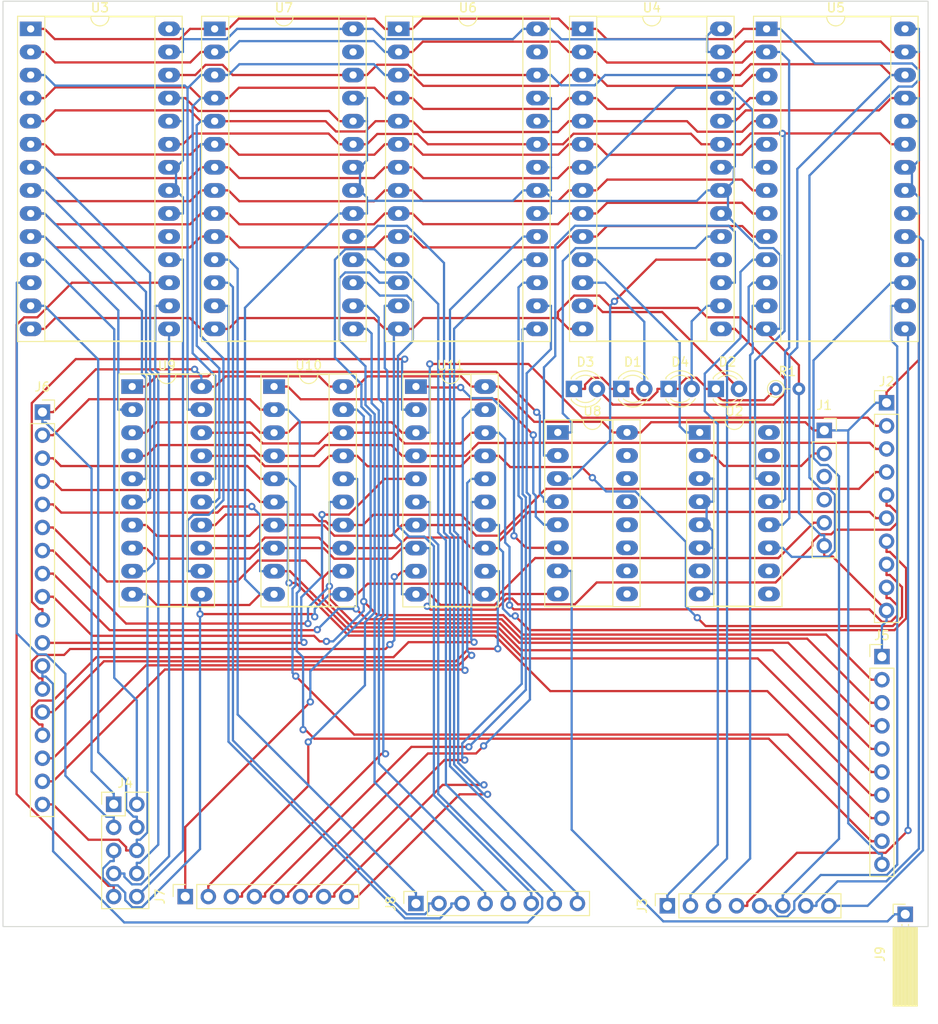
<source format=kicad_pcb>
(kicad_pcb (version 20211014) (generator pcbnew)
  (layers (0 "F.Cu" signal) (31 "B.Cu" signal) (34 "B.Paste" user) (35 "F.Paste" user) (36 "B.SilkS" user "B.Silkscreen") (37 "F.SilkS" user "F.Silkscreen") (38 "B.Mask" user) (39 "F.Mask" user) (44 "Edge.Cuts" user))
  (net 0 "")
  (net 1 "Net-(D1-Pad1)")
  (net 2 "Net-(D1-Pad2)")
  (net 3 "Net-(D2-Pad2)")
  (net 4 "Net-(D3-Pad2)")
  (net 5 "Net-(D4-Pad2)")
  (net 6 "VCC")
  (net 7 "wb0")
  (net 8 "wb1")
  (net 9 "wb2")
  (net 10 "wb3")
  (net 11 "wb4")
  (net 12 "wb5")
  (net 13 "wb6")
  (net 14 "wb7")
  (net 15 "GND")
  (net 16 "Net-(J4-Pad2)")
  (net 17 "Net-(J4-Pad3)")
  (net 18 "Net-(J4-Pad4)")
  (net 19 "CLK")
  (net 20 "Net-(J4-Pad7)")
  (net 21 "Net-(J4-Pad8)")
  (net 22 "Net-(J4-Pad9)")
  (net 23 "Net-(J4-Pad10)")
  (net 24 "OP_7")
  (net 25 "OP_6")
  (net 26 "OP_5")
  (net 27 "OP_4")
  (net 28 "OP_3")
  (net 29 "OP_2")
  (net 30 "OP_1")
  (net 31 "OP_0")
  (net 32 "Net-(J1-Pad2)")
  (net 33 "wr")
  (net 34 "rd")
  (net 35 "Net-(J3-Pad1)")
  (net 36 "Net-(J3-Pad2)")
  (net 37 "Net-(J3-Pad3)")
  (net 38 "Net-(J3-Pad4)")
  (net 39 "Net-(J3-Pad5)")
  (net 40 "Net-(J3-Pad6)")
  (net 41 "Net-(J3-Pad7)")
  (net 42 "Net-(J3-Pad8)")
  (net 43 "OP_8")
  (net 44 "OP_9")
  (net 45 "OP_10")
  (net 46 "OP_11")
  (net 47 "OP_12")
  (net 48 "OP_13")
  (net 49 "OP_14")
  (net 50 "OP_15")
  (net 51 "Net-(J7-Pad1)")
  (net 52 "Net-(J7-Pad2)")
  (net 53 "Net-(J7-Pad3)")
  (net 54 "Net-(J7-Pad4)")
  (net 55 "Net-(J7-Pad5)")
  (net 56 "Net-(J7-Pad6)")
  (net 57 "Net-(J7-Pad7)")
  (net 58 "Net-(J7-Pad8)")
  (net 59 "Net-(J8-Pad1)")
  (net 60 "Net-(J8-Pad2)")
  (net 61 "Net-(J8-Pad3)")
  (net 62 "Net-(J8-Pad4)")
  (net 63 "Net-(J8-Pad5)")
  (net 64 "Net-(J8-Pad6)")
  (net 65 "Net-(J8-Pad7)")
  (net 66 "Net-(J8-Pad8)")
  (net 67 "/Instruction Data/NextINS")
  (net 68 "Net-(U2-Pad1)")
  (net 69 "Net-(U2-Pad3)")
  (net 73 "/A14")
  (net 74 "/A13")
  (net 75 "/A12")
  (net 76 "/A11")
  (net 79 "INS_7")
  (net 80 "INS_6")
  (net 81 "INS_5")
  (net 82 "INS_4")
  (net 83 "INS_3")
  (net 84 "INS_2")
  (net 85 "INS_1")
  (net 86 "INS_0")
  (net 88 "/Instruction Data/LEN_{0}")
  (net 89 "/Instruction Data/LEN_{1}")
  (net 90 "/Instruction Data/EN_{LEN}")
  (net 93 "Net-(U8-Pad4)")
  (net 94 "Net-(U10-Pad1)")
  (net 95 "Net-(U11-Pad1)")
  (footprint "Package_DIP:DIP-28_W15.24mm_Socket_LongPads" (layer "F.Cu") (at 99.568 17.526)
    (fp_text reference "U5")
    (fp_text value "28C256")
  )
  (footprint "Package_DIP:DIP-28_W15.24mm_Socket_LongPads" (layer "F.Cu") (at 38.7985 17.526)
    (fp_text reference "U7")
    (fp_text value "28C256")
  )
  (footprint "Connector_PinSocket_2.54mm:PinSocket_1x08_P2.54mm_Vertical" (layer "F.Cu") (at 60.96 113.792 90)
    (fp_text reference "J8")
    (fp_text value "Conn_01x08_Female")
  )
  (footprint "Package_DIP:DIP-20_W7.62mm_Socket_LongPads" (layer "F.Cu") (at 60.96 56.896)
    (fp_text reference "U11")
    (fp_text value "74LS377")
  )
  (footprint "LED_THT:LED_D3.0mm" (layer "F.Cu") (at 88.7774 57.15)
    (fp_text reference "D4")
    (fp_text value "LED")
  )
  (footprint "LED_THT:LED_D3.0mm" (layer "F.Cu") (at 83.566 57.15)
    (fp_text reference "D1")
    (fp_text value "LED")
  )
  (footprint "Connector_PinHeader_2.54mm:PinHeader_2x05_P2.54mm_Vertical" (layer "F.Cu") (at 27.686 102.87)
    (fp_text reference "J4")
    (fp_text value "Conn_02x05_Counter_Clockwise")
  )
  (footprint "LED_THT:LED_D3.0mm" (layer "F.Cu") (at 93.9887 57.15)
    (fp_text reference "D2")
    (fp_text value "LED")
  )
  (footprint "Connector_PinSocket_2.54mm:PinSocket_1x18_P2.54mm_Vertical" (layer "F.Cu") (at 19.837 59.705)
    (fp_text reference "J6")
    (fp_text value "Conn_01x18")
  )
  (footprint "Package_DIP:DIP-16_W7.62mm_Socket_LongPads" (layer "F.Cu") (at 76.581 61.946)
    (fp_text reference "U8")
    (fp_text value "74LS139")
  )
  (footprint "Connector_PinSocket_2.54mm:PinSocket_1x01_P2.54mm_Horizontal" (layer "F.Cu") (at 114.833 114.98 90)
    (fp_text reference "J9")
    (fp_text value "Conn_01x01_Female")
  )
  (footprint "Package_DIP:DIP-20_W7.62mm_Socket_LongPads" (layer "F.Cu") (at 45.339 56.896)
    (fp_text reference "U10")
    (fp_text value "74LS377")
  )
  (footprint "Package_DIP:DIP-28_W15.24mm_Socket_LongPads" (layer "F.Cu") (at 18.542 17.526)
    (fp_text reference "U3")
    (fp_text value "28C256")
  )
  (footprint "Connector_PinSocket_2.54mm:PinSocket_1x08_P2.54mm_Vertical" (layer "F.Cu") (at 88.646 114.046 90)
    (fp_text reference "J3")
    (fp_text value "Conn_01x08_Female")
  )
  (footprint "LED_THT:LED_D3.0mm" (layer "F.Cu") (at 78.3546 57.15)
    (fp_text reference "D3")
    (fp_text value "LED")
  )
  (footprint "Package_DIP:DIP-16_W7.62mm_Socket_LongPads" (layer "F.Cu") (at 92.202 61.946)
    (fp_text reference "U2")
    (fp_text value "74LS161")
  )
  (footprint "Connector_PinHeader_2.54mm:PinHeader_1x10_P2.54mm_Vertical" (layer "F.Cu") (at 112.268 86.619)
    (fp_text reference "J5")
    (fp_text value "Conn_01x10")
  )
  (footprint "Connector_PinSocket_2.54mm:PinSocket_1x06_P2.54mm_Vertical" (layer "F.Cu") (at 105.918 61.722)
    (fp_text reference "J1")
    (fp_text value "Conn_01x06")
  )
  (footprint "Package_DIP:DIP-28_W15.24mm_Socket_LongPads" (layer "F.Cu") (at 59.055 17.526)
    (fp_text reference "U6")
    (fp_text value "28C256")
  )
  (footprint "Package_DIP:DIP-20_W7.62mm_Socket_LongPads" (layer "F.Cu") (at 29.718 56.896)
    (fp_text reference "U9")
    (fp_text value "74LS377")
  )
  (footprint "Connector_PinHeader_2.54mm:PinHeader_1x10_P2.54mm_Vertical" (layer "F.Cu") (at 112.776 58.679)
    (fp_text reference "J2")
    (fp_text value "Conn_01x10")
  )
  (footprint "Package_DIP:DIP-28_W15.24mm_Socket_LongPads" (layer "F.Cu") (at 79.3115 17.526)
    (fp_text reference "U4")
    (fp_text value "28C256")
  )
  (footprint "Connector_PinSocket_2.54mm:PinSocket_1x08_P2.54mm_Vertical" (layer "F.Cu") (at 35.56 113.03 90)
    (fp_text reference "J7")
    (fp_text value "Conn_01x08_Female")
  )
  (footprint "Resistor_THT:R_Axial_DIN0204_L3.6mm_D1.6mm_P2.54mm_Vertical" (layer "F.Cu") (at 100.584 57.15)
    (fp_text reference "R1")
    (fp_text value "R")
  )
  (gr_rect (start 15.494 14.478) (end 117.348 116.332) (layer "Edge.Cuts") (width 0.1) (fill none))
  (segment (start 94.6295 58.4033) (end 99.3307 58.4033) (width 0.25) (layer "F.Cu") (net 1))
  (segment (start 78.3546 57.15) (end 79.5797 57.15) (width 0.25) (layer "F.Cu") (net 1))
  (segment (start 92.7636 57.15) (end 92.7636 56.8437) (width 0.25) (layer "F.Cu") (net 1))
  (segment (start 93.9887 57.15) (end 93.3762 57.15) (width 0.25) (layer "F.Cu") (net 1))
  (segment (start 84.1786 57.15) (end 84.7911 57.15) (width 0.25) (layer "F.Cu") (net 1))
  (segment (start 90.0025 56.6905) (end 90.0025 57.15) (width 0.25) (layer "F.Cu") (net 1))
  (segment (start 86.6336 58.3751) (end 87.5523 57.4564) (width 0.25) (layer "F.Cu") (net 1))
  (segment (start 82.3409 56.8437) (end 81.4221 55.9249) (width 0.25) (layer "F.Cu") (net 1))
  (segment (start 92.7636 56.8437) (end 91.8448 55.9249) (width 0.25) (layer "F.Cu") (net 1))
  (segment (start 84.7911 57.6094) (end 85.5568 58.3751) (width 0.25) (layer "F.Cu") (net 1))
  (segment (start 81.4221 55.9249) (end 80.3453 55.9249) (width 0.25) (layer "F.Cu") (net 1))
  (segment (start 79.5797 56.6905) (end 79.5797 57.15) (width 0.25) (layer "F.Cu") (net 1))
  (segment (start 80.3453 55.9249) (end 79.5797 56.6905) (width 0.25) (layer "F.Cu") (net 1))
  (segment (start 85.5568 58.3751) (end 86.6336 58.3751) (width 0.25) (layer "F.Cu") (net 1))
  (segment (start 91.8448 55.9249) (end 90.7681 55.9249) (width 0.25) (layer "F.Cu") (net 1))
  (segment (start 88.7774 57.15) (end 90.0025 57.15) (width 0.25) (layer "F.Cu") (net 1))
  (segment (start 83.566 57.15) (end 82.3409 57.15) (width 0.25) (layer "F.Cu") (net 1))
  (segment (start 93.3762 57.15) (end 94.6295 58.4033) (width 0.25) (layer "F.Cu") (net 1))
  (segment (start 93.3762 57.15) (end 92.7636 57.15) (width 0.25) (layer "F.Cu") (net 1))
  (segment (start 84.7911 57.15) (end 84.7911 57.6094) (width 0.25) (layer "F.Cu") (net 1))
  (segment (start 90.7681 55.9249) (end 90.0025 56.6905) (width 0.25) (layer "F.Cu") (net 1))
  (segment (start 99.3307 58.4033) (end 100.584 57.15) (width 0.25) (layer "F.Cu") (net 1))
  (segment (start 82.3409 57.15) (end 82.3409 56.8437) (width 0.25) (layer "F.Cu") (net 1))
  (segment (start 88.7774 57.15) (end 87.5523 57.15) (width 0.25) (layer "F.Cu") (net 1))
  (segment (start 87.5523 57.4564) (end 87.5523 57.15) (width 0.25) (layer "F.Cu") (net 1))
  (segment (start 84.1786 57.15) (end 83.566 57.15) (width 0.25) (layer "F.Cu") (net 1))
  (segment (start 79.3115 45.466) (end 80.8366 45.466) (width 0.25) (layer "B.Cu") (net 2))
  (segment (start 80.8366 45.466) (end 81.7963 45.466) (width 0.25) (layer "B.Cu") (net 2))
  (segment (start 86.106 49.7757) (end 86.106 57.15) (width 0.25) (layer "B.Cu") (net 2))
  (segment (start 81.7963 45.466) (end 86.106 49.7757) (width 0.25) (layer "B.Cu") (net 2))
  (segment (start 79.3115 48.006) (end 80.8366 48.006) (width 0.25) (layer "F.Cu") (net 3))
  (segment (start 81.5208 48.6902) (end 88.0689 48.6902) (width 0.25) (layer "F.Cu") (net 3))
  (segment (start 80.8366 48.006) (end 81.5208 48.6902) (width 0.25) (layer "F.Cu") (net 3))
  (segment (start 88.0689 48.6902) (end 96.5287 57.15) (width 0.25) (layer "F.Cu") (net 3))
  (segment (start 82.6305 58.8859) (end 100.3222 58.8859) (width 0.25) (layer "F.Cu") (net 4))
  (segment (start 80.8946 57.15) (end 82.6305 58.8859) (width 0.25) (layer "F.Cu") (net 4))
  (segment (start 94.5515 50.546) (end 96.0766 50.546) (width 0.25) (layer "F.Cu") (net 4))
  (segment (start 100.3222 58.8859) (end 101.6422 57.5659) (width 0.25) (layer "F.Cu") (net 4))
  (segment (start 101.6422 56.1116) (end 96.0766 50.546) (width 0.25) (layer "F.Cu") (net 4))
  (segment (start 101.6422 57.5659) (end 101.6422 56.1116) (width 0.25) (layer "F.Cu") (net 4))
  (segment (start 91.3174 49.715) (end 93.0264 48.006) (width 0.25) (layer "B.Cu") (net 5))
  (segment (start 94.5515 48.006) (end 93.0264 48.006) (width 0.25) (layer "B.Cu") (net 5))
  (segment (start 91.3174 57.15) (end 91.3174 49.715) (width 0.25) (layer "B.Cu") (net 5))
  (segment (start 112.776 58.679) (end 112.776 57.5039) (width 0.25) (layer "F.Cu") (net 6))
  (segment (start 116.3331 53.9468) (end 116.3331 20.066) (width 0.25) (layer "F.Cu") (net 6))
  (segment (start 25.7182 54.9989) (end 36.5888 54.9989) (width 0.25) (layer "F.Cu") (net 6))
  (segment (start 94.5515 20.066) (end 96.0766 20.066) (width 0.25) (layer "F.Cu") (net 6))
  (segment (start 39.9882 55.7709) (end 50.3088 55.7709) (width 0.25) (layer "F.Cu") (net 6))
  (segment (start 84.9636 61.946) (end 85.7261 61.946) (width 0.25) (layer "F.Cu") (net 6))
  (segment (start 114.808 20.066) (end 113.2829 20.066) (width 0.25) (layer "F.Cu") (net 6))
  (segment (start 68.58 56.896) (end 70.1051 56.896) (width 0.25) (layer "F.Cu") (net 6))
  (segment (start 50.3088 55.7709) (end 51.4339 56.896) (width 0.25) (layer "F.Cu") (net 6))
  (segment (start 19.837 59.705) (end 21.0121 59.705) (width 0.25) (layer "F.Cu") (net 6))
  (segment (start 103.8418 60.8209) (end 86.8512 60.8209) (width 0.25) (layer "F.Cu") (net 6))
  (segment (start 65.9298 55.7709) (end 67.0549 56.896) (width 0.25) (layer "F.Cu") (net 6))
  (segment (start 70.1051 56.896) (end 73.9846 60.7755) (width 0.25) (layer "F.Cu") (net 6))
  (segment (start 37.338 56.896) (end 38.8631 56.896) (width 0.25) (layer "F.Cu") (net 6))
  (segment (start 73.9846 60.7755) (end 81.5054 60.7755) (width 0.25) (layer "F.Cu") (net 6))
  (segment (start 104.7429 61.722) (end 103.8418 60.8209) (width 0.25) (layer "F.Cu") (net 6))
  (segment (start 114.808 20.066) (end 116.3331 20.066) (width 0.25) (layer "F.Cu") (net 6))
  (segment (start 97.226 18.9166) (end 112.1335 18.9166) (width 0.25) (layer "F.Cu") (net 6))
  (segment (start 52.959 56.896) (end 51.4339 56.896) (width 0.25) (layer "F.Cu") (net 6))
  (segment (start 21.0121 59.705) (end 25.7182 54.9989) (width 0.25) (layer "F.Cu") (net 6))
  (segment (start 86.8512 60.8209) (end 85.7261 61.946) (width 0.25) (layer "F.Cu") (net 6))
  (segment (start 54.4841 56.896) (end 55.6092 55.7709) (width 0.25) (layer "F.Cu") (net 6))
  (segment (start 84.201 61.946) (end 82.6759 61.946) (width 0.25) (layer "F.Cu") (net 6))
  (segment (start 84.9636 61.946) (end 84.201 61.946) (width 0.25) (layer "F.Cu") (net 6))
  (segment (start 81.5054 60.7755) (end 82.6759 61.946) (width 0.25) (layer "F.Cu") (net 6))
  (segment (start 38.8631 56.896) (end 39.9882 55.7709) (width 0.25) (layer "F.Cu") (net 6))
  (segment (start 105.918 61.722) (end 104.7429 61.722) (width 0.25) (layer "F.Cu") (net 6))
  (segment (start 55.6092 55.7709) (end 65.9298 55.7709) (width 0.25) (layer "F.Cu") (net 6))
  (segment (start 52.959 56.896) (end 54.4841 56.896) (width 0.25) (layer "F.Cu") (net 6))
  (segment (start 112.776 57.5039) (end 116.3331 53.9468) (width 0.25) (layer "F.Cu") (net 6))
  (segment (start 96.0766 20.066) (end 97.226 18.9166) (width 0.25) (layer "F.Cu") (net 6))
  (segment (start 68.58 56.896) (end 67.0549 56.896) (width 0.25) (layer "F.Cu") (net 6))
  (segment (start 112.1335 18.9166) (end 113.2829 20.066) (width 0.25) (layer "F.Cu") (net 6))
  (via (at 36.5888 54.9989) (size 0.8) (drill 0.4) (layers "F.Cu" "B.Cu") (net 6))
  (segment (start 116.3331 17.526) (end 116.3331 20.066) (width 0.25) (layer "B.Cu") (net 6))
  (segment (start 57.3478 18.6512) (end 56.2226 17.526) (width 0.25) (layer "B.Cu") (net 6))
  (segment (start 27.686 102.87) (end 27.686 101.6949) (width 0.25) (layer "B.Cu") (net 6))
  (segment (start 112.776 58.679) (end 111.6009 58.679) (width 0.25) (layer "B.Cu") (net 6))
  (segment (start 35.3071 18.6598) (end 35.3071 20.066) (width 0.25) (layer "B.Cu") (net 6))
  (segment (start 33.782 17.526) (end 35.3071 17.526) (width 0.25) (layer "B.Cu") (net 6))
  (segment (start 94.5515 20.066) (end 93.0264 20.066) (width 0.25) (layer "B.Cu") (net 6))
  (segment (start 37.338 55.7481) (end 37.338 56.896) (width 0.25) (layer "B.Cu") (net 6))
  (segment (start 112.268 109.479) (end 112.268 108.3039) (width 0.25) (layer "B.Cu") (net 6))
  (segment (start 25.2457 99.2546) (end 25.2457 65.9216) (width 0.25) (layer "B.Cu") (net 6))
  (segment (start 41.2632 17.526) (end 54.0385 17.526) (width 0.25) (layer "B.Cu") (net 6))
  (segment (start 111.9027 108.3039) (end 112.268 108.3039) (width 0.25) (layer "B.Cu") (net 6))
  (segment (start 93.0264 18.6691) (end 93.0264 20.066) (width 0.25) (layer "B.Cu") (net 6))
  (segment (start 35.3071 18.6598) (end 40.1294 18.6598) (width 0.25) (layer "B.Cu") (net 6))
  (segment (start 35.3071 17.526) (end 35.3071 18.6598) (width 0.25) (layer "B.Cu") (net 6))
  (segment (start 72.7699 17.526) (end 71.6447 18.6512) (width 0.25) (layer "B.Cu") (net 6))
  (segment (start 40.1294 18.6598) (end 41.2632 17.526) (width 0.25) (layer "B.Cu") (net 6))
  (segment (start 108.5579 61.722) (end 108.5579 104.9591) (width 0.25) (layer "B.Cu") (net 6))
  (segment (start 56.2226 17.526) (end 54.0385 17.526) (width 0.25) (layer "B.Cu") (net 6))
  (segment (start 93.0264 18.2886) (end 93.0264 18.6691) (width 0.25) (layer "B.Cu") (net 6))
  (segment (start 74.295 17.526) (end 75.8201 17.526) (width 0.25) (layer "B.Cu") (net 6))
  (segment (start 20.2042 60.8801) (end 19.837 60.8801) (width 0.25) (layer "B.Cu") (net 6))
  (segment (start 36.5888 54.9989) (end 37.338 55.7481) (width 0.25) (layer "B.Cu") (net 6))
  (segment (start 93.0264 18.6691) (end 76.9632 18.6691) (width 0.25) (layer "B.Cu") (net 6))
  (segment (start 33.782 20.066) (end 35.3071 20.066) (width 0.25) (layer "B.Cu") (net 6))
  (segment (start 19.837 59.705) (end 19.837 60.8801) (width 0.25) (layer "B.Cu") (net 6))
  (segment (start 76.9632 18.6691) (end 75.8201 17.526) (width 0.25) (layer "B.Cu") (net 6))
  (segment (start 114.808 17.526) (end 116.3331 17.526) (width 0.25) (layer "B.Cu") (net 6))
  (segment (start 74.295 17.526) (end 72.7699 17.526) (width 0.25) (layer "B.Cu") (net 6))
  (segment (start 114.808 20.066) (end 116.3331 20.066) (width 0.25) (layer "B.Cu") (net 6))
  (segment (start 71.6447 18.6512) (end 57.3478 18.6512) (width 0.25) (layer "B.Cu") (net 6))
  (segment (start 94.5515 17.526) (end 93.789 17.526) (width 0.25) (layer "B.Cu") (net 6))
  (segment (start 27.686 101.6949) (end 25.2457 99.2546) (width 0.25) (layer "B.Cu") (net 6))
  (segment (start 108.5579 61.722) (end 111.6009 58.679) (width 0.25) (layer "B.Cu") (net 6))
  (segment (start 105.918 61.722) (end 108.5579 61.722) (width 0.25) (layer "B.Cu") (net 6))
  (segment (start 108.5579 104.9591) (end 111.9027 108.3039) (width 0.25) (layer "B.Cu") (net 6))
  (segment (start 93.789 17.526) (end 93.0264 18.2886) (width 0.25) (layer "B.Cu") (net 6))
  (segment (start 25.2457 65.9216) (end 20.2042 60.8801) (width 0.25) (layer "B.Cu") (net 6))
  (segment (start 48.0135 60.8266) (end 46.8641 61.976) (width 0.25) (layer "F.Cu") (net 7))
  (segment (start 111.6009 61.219) (end 110.7072 60.3253) (width 0.25) (layer "F.Cu") (net 7))
  (segment (start 110.7072 60.3253) (end 79.2702 60.3253) (width 0.25) (layer "F.Cu") (net 7))
  (segment (start 79.2702 60.3253) (end 73.3515 54.4066) (width 0.25) (layer "F.Cu") (net 7))
  (segment (start 73.3515 54.4066) (end 62.4851 54.4066) (width 0.25) (layer "F.Cu") (net 7))
  (segment (start 29.718 61.976) (end 31.2431 61.976) (width 0.25) (layer "F.Cu") (net 7))
  (segment (start 58.2855 60.8266) (end 48.0135 60.8266) (width 0.25) (layer "F.Cu") (net 7))
  (segment (start 42.6723 60.8344) (end 43.8139 61.976) (width 0.25) (layer "F.Cu") (net 7))
  (segment (start 59.4349 61.976) (end 58.2855 60.8266) (width 0.25) (layer "F.Cu") (net 7))
  (segment (start 60.96 61.976) (end 59.4349 61.976) (width 0.25) (layer "F.Cu") (net 7))
  (segment (start 45.339 61.976) (end 46.8641 61.976) (width 0.25) (layer "F.Cu") (net 7))
  (segment (start 32.3847 60.8344) (end 42.6723 60.8344) (width 0.25) (layer "F.Cu") (net 7))
  (segment (start 45.339 61.976) (end 43.8139 61.976) (width 0.25) (layer "F.Cu") (net 7))
  (segment (start 31.2431 61.976) (end 32.3847 60.8344) (width 0.25) (layer "F.Cu") (net 7))
  (segment (start 112.776 61.219) (end 111.6009 61.219) (width 0.25) (layer "F.Cu") (net 7))
  (via (at 62.4851 54.4066) (size 0.8) (drill 0.4) (layers "F.Cu" "B.Cu") (net 7))
  (segment (start 60.96 61.976) (end 62.4851 61.976) (width 0.25) (layer "B.Cu") (net 7))
  (segment (start 62.4851 61.976) (end 62.4851 54.4066) (width 0.25) (layer "B.Cu") (net 7))
  (segment (start 29.718 64.516) (end 31.2431 64.516) (width 0.25) (layer "F.Cu") (net 8))
  (segment (start 42.6332 63.3353) (end 32.4238 63.3353) (width 0.25) (layer "F.Cu") (net 8))
  (segment (start 112.776 63.759) (end 111.6009 63.759) (width 0.25) (layer "F.Cu") (net 8))
  (segment (start 44.5765 64.516) (end 43.8139 64.516) (width 0.25) (layer "F.Cu") (net 8))
  (segment (start 111.6009 63.759) (end 110.9245 63.0826) (width 0.25) (layer "F.Cu") (net 8))
  (segment (start 60.1975 64.516) (end 59.4349 64.516) (width 0.25) (layer "F.Cu") (net 8))
  (segment (start 66.4182 64.516) (end 60.96 64.516) (width 0.25) (layer "F.Cu") (net 8))
  (segment (start 110.9245 63.0826) (end 73.0234 63.0826) (width 0.25) (layer "F.Cu") (net 8))
  (segment (start 73.0048 63.1012) (end 67.833 63.1012) (width 0.25) (layer "F.Cu") (net 8))
  (segment (start 43.8139 64.516) (end 42.6332 63.3353) (width 0.25) (layer "F.Cu") (net 8))
  (segment (start 58.2554 63.3365) (end 59.4349 64.516) (width 0.25) (layer "F.Cu") (net 8))
  (segment (start 32.4238 63.3353) (end 31.2431 64.516) (width 0.25) (layer "F.Cu") (net 8))
  (segment (start 50.9399 63.3365) (end 58.2554 63.3365) (width 0.25) (layer "F.Cu") (net 8))
  (segment (start 49.7604 64.516) (end 50.9399 63.3365) (width 0.25) (layer "F.Cu") (net 8))
  (segment (start 44.5765 64.516) (end 45.339 64.516) (width 0.25) (layer "F.Cu") (net 8))
  (segment (start 45.339 64.516) (end 49.7604 64.516) (width 0.25) (layer "F.Cu") (net 8))
  (segment (start 73.0234 63.0826) (end 73.0048 63.1012) (width 0.25) (layer "F.Cu") (net 8))
  (segment (start 60.1975 64.516) (end 60.96 64.516) (width 0.25) (layer "F.Cu") (net 8))
  (segment (start 67.833 63.1012) (end 66.4182 64.516) (width 0.25) (layer "F.Cu") (net 8))
  (segment (start 66.4182 72.136) (end 67.5877 73.3055) (width 0.25) (layer "F.Cu") (net 9))
  (segment (start 32.4336 73.3265) (end 31.2431 72.136) (width 0.25) (layer "F.Cu") (net 9))
  (segment (start 29.718 72.136) (end 31.2431 72.136) (width 0.25) (layer "F.Cu") (net 9))
  (segment (start 46.8899 72.1618) (end 50.823 72.1618) (width 0.25) (layer "F.Cu") (net 9))
  (segment (start 109.7487 68.1512) (end 111.6009 66.299) (width 0.25) (layer "F.Cu") (net 9))
  (segment (start 75.264 68.1512) (end 109.7487 68.1512) (width 0.25) (layer "F.Cu") (net 9))
  (segment (start 70.1097 73.3055) (end 75.264 68.1512) (width 0.25) (layer "F.Cu") (net 9))
  (segment (start 51.9709 73.3097) (end 58.2612 73.3097) (width 0.25) (layer "F.Cu") (net 9))
  (segment (start 44.5765 72.136) (end 45.339 72.136) (width 0.25) (layer "F.Cu") (net 9))
  (segment (start 44.5765 72.136) (end 43.8139 72.136) (width 0.25) (layer "F.Cu") (net 9))
  (segment (start 60.96 72.136) (end 66.4182 72.136) (width 0.25) (layer "F.Cu") (net 9))
  (segment (start 50.823 72.1618) (end 51.9709 73.3097) (width 0.25) (layer "F.Cu") (net 9))
  (segment (start 43.8139 72.136) (end 42.6234 73.3265) (width 0.25) (layer "F.Cu") (net 9))
  (segment (start 46.8641 72.136) (end 46.8899 72.1618) (width 0.25) (layer "F.Cu") (net 9))
  (segment (start 112.776 66.299) (end 111.6009 66.299) (width 0.25) (layer "F.Cu") (net 9))
  (segment (start 60.96 72.136) (end 59.4349 72.136) (width 0.25) (layer "F.Cu") (net 9))
  (segment (start 58.2612 73.3097) (end 59.4349 72.136) (width 0.25) (layer "F.Cu") (net 9))
  (segment (start 42.6234 73.3265) (end 32.4336 73.3265) (width 0.25) (layer "F.Cu") (net 9))
  (segment (start 45.339 72.136) (end 46.8641 72.136) (width 0.25) (layer "F.Cu") (net 9))
  (segment (start 67.5877 73.3055) (end 70.1097 73.3055) (width 0.25) (layer "F.Cu") (net 9))
  (segment (start 59.4349 74.676) (end 58.2662 75.8447) (width 0.25) (layer "F.Cu") (net 10))
  (segment (start 105.466 73.152) (end 104.5926 74.0254) (width 0.25) (layer "F.Cu") (net 10))
  (segment (start 72.1902 80.8586) (end 71.5625 80.2309) (width 0.25) (layer "F.Cu") (net 10))
  (segment (start 60.96 74.676) (end 59.4349 74.676) (width 0.25) (layer "F.Cu") (net 10))
  (segment (start 112.776 68.839) (end 112.776 70.0141) (width 0.25) (layer "F.Cu") (net 10))
  (segment (start 107.188 72.649) (end 106.685 73.152) (width 0.25) (layer "F.Cu") (net 10))
  (segment (start 29.718 74.676) (end 31.2431 74.676) (width 0.25) (layer "F.Cu") (net 10))
  (segment (start 45.339 74.676) (end 43.8139 74.676) (width 0.25) (layer "F.Cu") (net 10))
  (segment (start 104.5926 74.4226) (end 100.5592 78.456) (width 0.25) (layer "F.Cu") (net 10))
  (segment (start 104.5926 74.0254) (end 104.5926 74.4226) (width 0.25) (layer "F.Cu") (net 10))
  (segment (start 62.5669 81.4468) (end 62.1988 81.0787) (width 0.25) (layer "F.Cu") (net 10))
  (segment (start 112.776 70.0141) (end 113.1412 70.0141) (width 0.25) (layer "F.Cu") (net 10))
  (segment (start 58.2662 75.8447) (end 51.9659 75.8447) (width 0.25) (layer "F.Cu") (net 10))
  (segment (start 50.7972 74.676) (end 45.339 74.676) (width 0.25) (layer "F.Cu") (net 10))
  (segment (start 113.1966 72.649) (end 107.188 72.649) (width 0.25) (layer "F.Cu") (net 10))
  (segment (start 51.9659 75.8447) (end 50.7972 74.676) (width 0.25) (layer "F.Cu") (net 10))
  (segment (start 113.9638 70.8367) (end 113.9638 71.8818) (width 0.25) (layer "F.Cu") (net 10))
  (segment (start 106.685 73.152) (end 105.466 73.152) (width 0.25) (layer "F.Cu") (net 10))
  (segment (start 113.9638 71.8818) (end 113.1966 72.649) (width 0.25) (layer "F.Cu") (net 10))
  (segment (start 100.5592 78.456) (end 80.8643 78.456) (width 0.25) (layer "F.Cu") (net 10))
  (segment (start 69.746 81.4468) (end 62.5669 81.4468) (width 0.25) (layer "F.Cu") (net 10))
  (segment (start 70.9619 80.2309) (end 69.746 81.4468) (width 0.25) (layer "F.Cu") (net 10))
  (segment (start 80.8643 78.456) (end 78.4617 80.8586) (width 0.25) (layer "F.Cu") (net 10))
  (segment (start 113.1412 70.0141) (end 113.9638 70.8367) (width 0.25) (layer "F.Cu") (net 10))
  (segment (start 32.4004 75.8333) (end 42.6566 75.8333) (width 0.25) (layer "F.Cu") (net 10))
  (segment (start 42.6566 75.8333) (end 43.8139 74.676) (width 0.25) (layer "F.Cu") (net 10))
  (segment (start 71.5625 80.2309) (end 70.9619 80.2309) (width 0.25) (layer "F.Cu") (net 10))
  (segment (start 31.2431 74.676) (end 32.4004 75.8333) (width 0.25) (layer "F.Cu") (net 10))
  (segment (start 78.4617 80.8586) (end 72.1902 80.8586) (width 0.25) (layer "F.Cu") (net 10))
  (via (at 62.1988 81.0787) (size 0.8) (drill 0.4) (layers "F.Cu" "B.Cu") (net 10))
  (segment (start 62.4851 74.676) (end 62.4851 80.7924) (width 0.25) (layer "B.Cu") (net 10))
  (segment (start 60.96 74.676) (end 62.4851 74.676) (width 0.25) (layer "B.Cu") (net 10))
  (segment (start 62.4851 80.7924) (end 62.1988 81.0787) (width 0.25) (layer "B.Cu") (net 10))
  (segment (start 50.2768 73.5189) (end 44.3343 73.5189) (width 0.25) (layer "F.Cu") (net 11))
  (segment (start 68.58 74.676) (end 70.1051 74.676) (width 0.25) (layer "F.Cu") (net 11))
  (segment (start 73.3605 70.6912) (end 70.1051 73.9466) (width 0.25) (layer "F.Cu") (net 11))
  (segment (start 111.6009 71.379) (end 110.9131 70.6912) (width 0.25) (layer "F.Cu") (net 11))
  (segment (start 51.4339 74.676) (end 50.2768 73.5189) (width 0.25) (layer "F.Cu") (net 11))
  (segment (start 44.3343 73.5189) (end 43.1772 74.676) (width 0.25) (layer "F.Cu") (net 11))
  (segment (start 67.0549 74.676) (end 65.8894 73.5105) (width 0.25) (layer "F.Cu") (net 11))
  (segment (start 58.7982 74.676) (end 52.959 74.676) (width 0.25) (layer "F.Cu") (net 11))
  (segment (start 43.1772 74.676) (end 37.338 74.676) (width 0.25) (layer "F.Cu") (net 11))
  (segment (start 52.1965 74.676) (end 52.959 74.676) (width 0.25) (layer "F.Cu") (net 11))
  (segment (start 112.776 71.379) (end 111.6009 71.379) (width 0.25) (layer "F.Cu") (net 11))
  (segment (start 110.9131 70.6912) (end 73.3605 70.6912) (width 0.25) (layer "F.Cu") (net 11))
  (segment (start 70.1051 73.9466) (end 70.1051 74.676) (width 0.25) (layer "F.Cu") (net 11))
  (segment (start 65.8894 73.5105) (end 59.9637 73.5105) (width 0.25) (layer "F.Cu") (net 11))
  (segment (start 59.9637 73.5105) (end 58.7982 74.676) (width 0.25) (layer "F.Cu") (net 11))
  (segment (start 68.58 74.676) (end 67.0549 74.676) (width 0.25) (layer "F.Cu") (net 11))
  (segment (start 52.1965 74.676) (end 51.4339 74.676) (width 0.25) (layer "F.Cu") (net 11))
  (segment (start 37.338 72.136) (end 38.8631 72.136) (width 0.25) (layer "F.Cu") (net 12))
  (segment (start 114.9305 82.4176) (end 114.9305 76.8814) (width 0.25) (layer "F.Cu") (net 12))
  (segment (start 71.8852 82.1422) (end 73.4473 83.7043) (width 0.25) (layer "F.Cu") (net 12))
  (segment (start 112.776 73.919) (end 112.776 75.0941) (width 0.25) (layer "F.Cu") (net 12))
  (segment (start 38.8631 72.136) (end 40.0125 70.9866) (width 0.25) (layer "F.Cu") (net 12))
  (segment (start 40.0125 70.9866) (end 49.5916 70.9866) (width 0.25) (layer "F.Cu") (net 12))
  (segment (start 51.0096 71.7117) (end 51.4339 72.136) (width 0.25) (layer "F.Cu") (net 12))
  (segment (start 68.58 72.136) (end 67.0549 72.136) (width 0.25) (layer "F.Cu") (net 12))
  (segment (start 113.1432 75.0941) (end 112.776 75.0941) (width 0.25) (layer "F.Cu") (net 12))
  (segment (start 73.4473 83.7043) (end 113.6438 83.7043) (width 0.25) (layer "F.Cu") (net 12))
  (segment (start 67.0549 72.136) (end 65.9297 71.0108) (width 0.25) (layer "F.Cu") (net 12))
  (segment (start 56.254 71.0108) (end 55.1288 72.136) (width 0.25) (layer "F.Cu") (net 12))
  (segment (start 49.5916 70.9866) (end 50.3167 71.7117) (width 0.25) (layer "F.Cu") (net 12))
  (segment (start 52.959 72.136) (end 51.4339 72.136) (width 0.25) (layer "F.Cu") (net 12))
  (segment (start 65.9297 71.0108) (end 56.254 71.0108) (width 0.25) (layer "F.Cu") (net 12))
  (segment (start 50.3167 71.7117) (end 51.0096 71.7117) (width 0.25) (layer "F.Cu") (net 12))
  (segment (start 55.1288 72.136) (end 52.959 72.136) (width 0.25) (layer "F.Cu") (net 12))
  (segment (start 114.9305 76.8814) (end 113.1432 75.0941) (width 0.25) (layer "F.Cu") (net 12))
  (segment (start 113.6438 83.7043) (end 114.9305 82.4176) (width 0.25) (layer "F.Cu") (net 12))
  (via (at 71.8852 82.1422) (size 0.8) (drill 0.4) (layers "F.Cu" "B.Cu") (net 12))
  (segment (start 70.1051 72.136) (end 70.1051 74.664) (width 0.25) (layer "B.Cu") (net 12))
  (segment (start 70.5554 80.6373) (end 70.537 80.6557) (width 0.25) (layer "B.Cu") (net 12))
  (segment (start 68.58 72.136) (end 70.1051 72.136) (width 0.25) (layer "B.Cu") (net 12))
  (segment (start 70.5554 75.1143) (end 70.5554 80.6373) (width 0.25) (layer "B.Cu") (net 12))
  (segment (start 70.537 80.6557) (end 70.537 81.3337) (width 0.25) (layer "B.Cu") (net 12))
  (segment (start 70.537 81.3337) (end 71.3455 82.1422) (width 0.25) (layer "B.Cu") (net 12))
  (segment (start 71.3455 82.1422) (end 71.8852 82.1422) (width 0.25) (layer "B.Cu") (net 12))
  (segment (start 70.1051 74.664) (end 70.5554 75.1143) (width 0.25) (layer "B.Cu") (net 12))
  (segment (start 52.959 64.516) (end 54.4841 64.516) (width 0.25) (layer "F.Cu") (net 13))
  (segment (start 43.1772 64.516) (end 37.338 64.516) (width 0.25) (layer "F.Cu") (net 13))
  (segment (start 44.3146 65.6534) (end 43.1772 64.516) (width 0.25) (layer "F.Cu") (net 13))
  (segment (start 80.3859 66.9245) (end 79.2174 65.756) (width 0.25) (layer "F.Cu") (net 13))
  (segment (start 112.776 76.459) (end 112.776 77.6341) (width 0.25) (layer "F.Cu") (net 13))
  (segment (start 52.1965 64.516) (end 52.959 64.516) (width 0.25) (layer "F.Cu") (net 13))
  (segment (start 71.3451 65.756) (end 70.1051 64.516) (width 0.25) (layer "F.Cu") (net 13))
  (segment (start 50.2965 65.6534) (end 44.3146 65.6534) (width 0.25) (layer "F.Cu") (net 13))
  (segment (start 55.6335 65.6654) (end 65.9055 65.6654) (width 0.25) (layer "F.Cu") (net 13))
  (segment (start 114.4804 78.9712) (end 114.4804 82.2311) (width 0.25) (layer "F.Cu") (net 13))
  (segment (start 65.9055 65.6654) (end 67.0549 64.516) (width 0.25) (layer "F.Cu") (net 13))
  (segment (start 113.1433 77.6341) (end 114.4804 78.9712) (width 0.25) (layer "F.Cu") (net 13))
  (segment (start 67.8175 64.516) (end 67.0549 64.516) (width 0.25) (layer "F.Cu") (net 13))
  (segment (start 54.4841 64.516) (end 55.6335 65.6654) (width 0.25) (layer "F.Cu") (net 13))
  (segment (start 112.776 77.6341) (end 113.1433 77.6341) (width 0.25) (layer "F.Cu") (net 13))
  (segment (start 52.1965 64.516) (end 51.4339 64.516) (width 0.25) (layer "F.Cu") (net 13))
  (segment (start 51.4339 64.516) (end 50.2965 65.6534) (width 0.25) (layer "F.Cu") (net 13))
  (segment (start 68.58 64.516) (end 70.1051 64.516) (width 0.25) (layer "F.Cu") (net 13))
  (segment (start 79.2174 65.756) (end 71.3451 65.756) (width 0.25) (layer "F.Cu") (net 13))
  (segment (start 67.8175 64.516) (end 68.58 64.516) (width 0.25) (layer "F.Cu") (net 13))
  (segment (start 114.4804 82.2311) (end 113.4573 83.2542) (width 0.25) (layer "F.Cu") (net 13))
  (segment (start 113.4573 83.2542) (end 92.854 83.2542) (width 0.25) (layer "F.Cu") (net 13))
  (segment (start 92.854 83.2542) (end 91.9354 82.3356) (width 0.25) (layer "F.Cu") (net 13))
  (via (at 80.3859 66.9245) (size 0.8) (drill 0.4) (layers "F.Cu" "B.Cu") (net 13))
  (via (at 91.9354 82.3356) (size 0.8) (drill 0.4) (layers "F.Cu" "B.Cu") (net 13))
  (segment (start 90.6768 81.077) (end 90.6768 73.9902) (width 0.25) (layer "B.Cu") (net 13))
  (segment (start 91.9354 82.3356) (end 90.6768 81.077) (width 0.25) (layer "B.Cu") (net 13))
  (segment (start 81.9022 68.4408) (end 80.3859 66.9245) (width 0.25) (layer "B.Cu") (net 13))
  (segment (start 85.1274 68.4408) (end 81.9022 68.4408) (width 0.25) (layer "B.Cu") (net 13))
  (segment (start 90.6768 73.9902) (end 85.1274 68.4408) (width 0.25) (layer "B.Cu") (net 13))
  (segment (start 44.0845 63.1558) (end 42.9047 61.976) (width 0.25) (layer "F.Cu") (net 14))
  (segment (start 67.8175 61.976) (end 67.0549 61.976) (width 0.25) (layer "F.Cu") (net 14))
  (segment (start 58.5245 61.976) (end 52.959 61.976) (width 0.25) (layer "F.Cu") (net 14))
  (segment (start 112.776 78.999) (end 112.776 80.1741) (width 0.25) (layer "F.Cu") (net 14))
  (segment (start 51.4339 61.976) (end 50.2541 63.1558) (width 0.25) (layer "F.Cu") (net 14))
  (segment (start 113.2492 82.7871) (end 112.2621 82.7871) (width 0.25) (layer "F.Cu") (net 14))
  (segment (start 42.9047 61.976) (end 37.338 61.976) (width 0.25) (layer "F.Cu") (net 14))
  (segment (start 67.8175 61.976) (end 68.58 61.976) (width 0.25) (layer "F.Cu") (net 14))
  (segment (start 113.9792 82.0571) (end 113.2492 82.7871) (width 0.25) (layer "F.Cu") (net 14))
  (segment (start 112.2621 82.7871) (end 110.892 81.417) (width 0.25) (layer "F.Cu") (net 14))
  (segment (start 67.0549 61.976) (end 65.8748 63.1561) (width 0.25) (layer "F.Cu") (net 14))
  (segment (start 112.776 80.1741) (end 113.1432 80.1741) (width 0.25) (layer "F.Cu") (net 14))
  (segment (start 113.1432 80.1741) (end 113.9792 81.0101) (width 0.25) (layer "F.Cu") (net 14))
  (segment (start 52.959 61.976) (end 51.4339 61.976) (width 0.25) (layer "F.Cu") (net 14))
  (segment (start 110.892 81.417) (end 71.7231 81.417) (width 0.25) (layer "F.Cu") (net 14))
  (segment (start 65.8748 63.1561) (end 59.7046 63.1561) (width 0.25) (layer "F.Cu") (net 14))
  (segment (start 50.2541 63.1558) (end 44.0845 63.1558) (width 0.25) (layer "F.Cu") (net 14))
  (segment (start 59.7046 63.1561) (end 58.5245 61.976) (width 0.25) (layer "F.Cu") (net 14))
  (segment (start 113.9792 81.0101) (end 113.9792 82.0571) (width 0.25) (layer "F.Cu") (net 14))
  (segment (start 71.7231 81.417) (end 71.2621 80.956) (width 0.25) (layer "F.Cu") (net 14))
  (via (at 71.2621 80.956) (size 0.8) (drill 0.4) (layers "F.Cu" "B.Cu") (net 14))
  (segment (start 70.7853 74.0719) (end 70.7853 62.6562) (width 0.25) (layer "B.Cu") (net 14))
  (segment (start 70.7853 62.6562) (end 70.1051 61.976) (width 0.25) (layer "B.Cu") (net 14))
  (segment (start 71.2621 74.5487) (end 70.7853 74.0719) (width 0.25) (layer "B.Cu") (net 14))
  (segment (start 68.58 61.976) (end 70.1051 61.976) (width 0.25) (layer "B.Cu") (net 14))
  (segment (start 71.2621 80.956) (end 71.2621 74.5487) (width 0.25) (layer "B.Cu") (net 14))
  (segment (start 96.0766 27.686) (end 97.2671 26.4955) (width 0.25) (layer "F.Cu") (net 15))
  (segment (start 29.718 79.756) (end 31.2431 79.756) (width 0.25) (layer "F.Cu") (net 15))
  (segment (start 96.7729 49.276) (end 98.0429 50.546) (width 0.25) (layer "F.Cu") (net 15))
  (segment (start 99.568 50.546) (end 99.1344 50.546) (width 0.25) (layer "F.Cu") (net 15))
  (segment (start 76.5959 49.3555) (end 76.5959 48.6768) (width 0.25) (layer "F.Cu") (net 15))
  (segment (start 58.2925 50.546) (end 57.5299 50.546) (width 0.25) (layer "F.Cu") (net 15))
  (segment (start 29.0509 107.5827) (end 28.2431 106.7749) (width 0.25) (layer "F.Cu") (net 15))
  (segment (start 42.632 80.9379) (end 43.8139 79.756) (width 0.25) (layer "F.Cu") (net 15))
  (segment (start 81.1599 46.8808) (end 82.5192 48.2401) (width 0.25) (layer "F.Cu") (net 15))
  (segment (start 103.124 54.5356) (end 103.124 57.15) (width 0.25) (layer "F.Cu") (net 15))
  (segment (start 94.5515 27.686) (end 96.0766 27.686) (width 0.25) (layer "F.Cu") (net 15))
  (segment (start 18.542 50.546) (end 20.0671 50.546) (width 0.25) (layer "F.Cu") (net 15))
  (segment (start 24.902 106.7749) (end 21.0121 102.885) (width 0.25) (layer "F.Cu") (net 15))
  (segment (start 41.5141 49.3555) (end 40.3236 50.546) (width 0.25) (layer "F.Cu") (net 15))
  (segment (start 28.2431 106.7749) (end 24.902 106.7749) (width 0.25) (layer "F.Cu") (net 15))
  (segment (start 61.7706 49.3555) (end 76.5959 49.3555) (width 0.25) (layer "F.Cu") (net 15))
  (segment (start 20.0671 50.546) (end 21.2576 49.3555) (width 0.25) (layer "F.Cu") (net 15))
  (segment (start 69.6283 80.9279) (end 63.657 80.9279) (width 0.25) (layer "F.Cu") (net 15))
  (segment (start 58.2925 50.546) (end 59.055 50.546) (width 0.25) (layer "F.Cu") (net 15))
  (segment (start 76.5959 48.6768) (end 78.3919 46.8808) (width 0.25) (layer "F.Cu") (net 15))
  (segment (start 111.9334 26.4955) (end 113.2829 25.146) (width 0.25) (layer "F.Cu") (net 15))
  (segment (start 21.2576 49.3555) (end 36.0829 49.3555) (width 0.25) (layer "F.Cu") (net 15))
  (segment (start 63.657 80.9279) (end 62.4851 79.756) (width 0.25) (layer "F.Cu") (net 15))
  (segment (start 35.5698 25.146) (end 33.782 25.146) (width 0.25) (layer "F.Cu") (net 15))
  (segment (start 79.3115 50.546) (end 77.7864 50.546) (width 0.25) (layer "F.Cu") (net 15))
  (segment (start 30.226 107.95) (end 29.0509 107.95) (width 0.25) (layer "F.Cu") (net 15))
  (segment (start 82.5192 48.2401) (end 91.9904 48.2401) (width 0.25) (layer "F.Cu") (net 15))
  (segment (start 59.055 50.546) (end 60.5801 50.546) (width 0.25) (layer "F.Cu") (net 15))
  (segment (start 75.0559 79.726) (end 70.8302 79.726) (width 0.25) (layer "F.Cu") (net 15))
  (segment (start 114.808 25.146) (end 113.2829 25.146) (width 0.25) (layer "F.Cu") (net 15))
  (segment (start 93.0263 49.276) (end 96.7729 49.276) (width 0.25) (layer "F.Cu") (net 15))
  (segment (start 52.5134 27.686) (end 51.3882 26.5608) (width 0.25) (layer "F.Cu") (net 15))
  (segment (start 78.3919 46.8808) (end 81.1599 46.8808) (width 0.25) (layer "F.Cu") (net 15))
  (segment (start 105.918 75.5971) (end 106.8341 75.5971) (width 0.25) (layer "F.Cu") (net 15))
  (segment (start 31.2431 79.756) (end 32.425 80.9379) (width 0.25) (layer "F.Cu") (net 15))
  (segment (start 38.7985 50.546) (end 37.2734 50.546) (width 0.25) (layer "F.Cu") (net 15))
  (segment (start 76.581 79.726) (end 75.0559 79.726) (width 0.25) (layer "F.Cu") (net 15))
  (segment (start 99.1344 50.546) (end 103.124 54.5356) (width 0.25) (layer "F.Cu") (net 15))
  (segment (start 60.96 79.756) (end 62.4851 79.756) (width 0.25) (layer "F.Cu") (net 15))
  (segment (start 76.5959 49.3555) (end 77.7864 50.546) (width 0.25) (layer "F.Cu") (net 15))
  (segment (start 36.9846 26.5608) (end 35.5698 25.146) (width 0.25) (layer "F.Cu") (net 15))
  (segment (start 19.837 102.885) (end 21.0121 102.885) (width 0.25) (layer "F.Cu") (net 15))
  (segment (start 60.5801 50.546) (end 61.7706 49.3555) (width 0.25) (layer "F.Cu") (net 15))
  (segment (start 32.425 80.9379) (end 42.632 80.9379) (width 0.25) (layer "F.Cu") (net 15))
  (segment (start 106.8341 75.5971) (end 112.776 81.539) (width 0.25) (layer "F.Cu") (net 15))
  (segment (start 99.1344 50.546) (end 98.0429 50.546) (width 0.25) (layer "F.Cu") (net 15))
  (segment (start 70.8302 79.726) (end 69.6283 80.9279) (width 0.25) (layer "F.Cu") (net 15))
  (segment (start 105.918 74.422) (end 105.918 75.5971) (width 0.25) (layer "F.Cu") (net 15))
  (segment (start 57.5299 50.546) (end 56.3394 49.3555) (width 0.25) (layer "F.Cu") (net 15))
  (segment (start 91.9904 48.2401) (end 93.0263 49.276) (width 0.25) (layer "F.Cu") (net 15))
  (segment (start 38.7985 50.546) (end 40.3236 50.546) (width 0.25) (layer "F.Cu") (net 15))
  (segment (start 54.0385 27.686) (end 52.5134 27.686) (width 0.25) (layer "F.Cu") (net 15))
  (segment (start 36.0829 49.3555) (end 37.2734 50.546) (width 0.25) (layer "F.Cu") (net 15))
  (segment (start 29.0509 107.95) (end 29.0509 107.5827) (width 0.25) (layer "F.Cu") (net 15))
  (segment (start 56.3394 49.3555) (end 41.5141 49.3555) (width 0.25) (layer "F.Cu") (net 15))
  (segment (start 51.3882 26.5608) (end 36.9846 26.5608) (width 0.25) (layer "F.Cu") (net 15))
  (segment (start 97.2671 26.4955) (end 111.9334 26.4955) (width 0.25) (layer "F.Cu") (net 15))
  (segment (start 45.339 79.756) (end 43.8139 79.756) (width 0.25) (layer "F.Cu") (net 15))
  (segment (start 95.3141 38.1979) (end 95.3141 37.846) (width 0.25) (layer "B.Cu") (net 15))
  (segment (start 74.295 32.766) (end 75.8201 32.766) (width 0.25) (layer "B.Cu") (net 15))
  (segment (start 114.808 32.766) (end 115.5706 32.766) (width 0.25) (layer "B.Cu") (net 15))
  (segment (start 96.0766 27.686) (end 96.0766 25.146) (width 0.25) (layer "B.Cu") (net 15))
  (segment (start 112.268 83.2221) (end 112.268 86.619) (width 0.25) (layer "B.Cu") (net 15))
  (segment (start 94.9328 35.306) (end 95.3141 35.306) (width 0.25) (layer "B.Cu") (net 15))
  (segment (start 33.782 32.766) (end 34.5446 32.766) (width 0.25) (layer "B.Cu") (net 15))
  (segment (start 33.782 27.686) (end 35.1946 27.686) (width 0.25) (layer "B.Cu") (net 15))
  (segment (start 31.4011 79.914) (end 31.2431 79.756) (width 0.25) (layer "B.Cu") (net 15))
  (segment (start 116.3331 25.146) (end 116.3331 27.686) (width 0.25) (layer "B.Cu") (net 15))
  (segment (start 99.568 50.546) (end 101.0931 50.546) (width 0.25) (layer "B.Cu") (net 15))
  (segment (start 54.8011 32.766) (end 54.8011 35.306) (width 0.25) (layer "B.Cu") (net 15))
  (segment (start 75.7076 27.686) (end 75.8201 27.686) (width 0.25) (layer "B.Cu") (net 15))
  (segment (start 74.295 35.306) (end 75.0576 35.306) (width 0.25) (layer "B.Cu") (net 15))
  (segment (start 114.808 35.306) (end 115.5706 35.306) (width 0.25) (layer "B.Cu") (net 15))
  (segment (start 74.295 25.146) (end 75.8201 25.146) (width 0.25) (layer "B.Cu") (net 15))
  (segment (start 114.808 27.686) (end 116.2206 27.686) (width 0.25) (layer "B.Cu") (net 15))
  (segment (start 71.6268 36.4491) (end 72.7699 35.306) (width 0.25) (layer "B.Cu") (net 15))
  (segment (start 35.1946 27.686) (end 35.3071 27.686) (width 0.25) (layer "B.Cu") (net 15))
  (segment (start 75.0576 35.306) (end 75.8201 35.306) (width 0.25) (layer "B.Cu") (net 15))
  (segment (start 95.3141 35.306) (end 95.3141 37.846) (width 0.25) (layer "B.Cu") (net 15))
  (segment (start 33.782 37.846) (end 35.3071 37.846) (width 0.25) (layer "B.Cu") (net 15))
  (segment (start 75.8201 36.0685) (end 75.8201 36.4645) (width 0.25) (layer "B.Cu") (net 15))
  (segment (start 94.5515 35.306) (end 93.0264 35.306) (width 0.25) (layer "B.Cu") (net 15))
  (segment (start 116.3331 32.0035) (end 115.5706 32.766) (width 0.25) (layer "B.Cu") (net 15))
  (segment (start 55.5636 27.686) (end 55.5636 32.0035) (width 0.25) (layer "B.Cu") (net 15))
  (segment (start 54.0385 25.146) (end 55.5636 25.146) (width 0.25) (layer "B.Cu") (net 15))
  (segment (start 103.124 57.15) (end 103.124 70.8182) (width 0.25) (layer "B.Cu") (net 15))
  (segment (start 94.5515 27.686) (end 95.9641 27.686) (width 0.25) (layer "B.Cu") (net 15))
  (segment (start 94.5515 35.306) (end 94.9328 35.306) (width 0.25) (layer "B.Cu") (net 15))
  (segment (start 95.9641 34.2747) (end 95.9641 32.766) (width 0.25) (layer "B.Cu") (net 15))
  (segment (start 116.3331 36.0685) (end 116.3331 37.846) (width 0.25) (layer "B.Cu") (net 15))
  (segment (start 94.5515 37.846) (end 95.3141 37.846) (width 0.25) (layer "B.Cu") (net 15))
  (segment (start 115.5706 32.766) (end 115.5706 35.306) (width 0.25) (layer "B.Cu") (net 15))
  (segment (start 55.5636 36.4491) (end 71.6268 36.4491) (width 0.25) (layer "B.Cu") (net 15))
  (segment (start 74.295 27.686) (end 75.7076 27.686) (width 0.25) (layer "B.Cu") (net 15))
  (segment (start 101.0931 50.546) (end 101.0931 42.4368) (width 0.25) (layer "B.Cu") (net 15))
  (segment (start 94.5515 32.766) (end 95.9641 32.766) (width 0.25) (layer "B.Cu") (net 15))
  (segment (start 42.1388 78.0809) (end 42.1388 48.2206) (width 0.25) (layer "B.Cu") (net 15))
  (segment (start 35.3071 36.0685) (end 35.3071 37.846) (width 0.25) (layer "B.Cu") (net 15))
  (segment (start 30.226 107.95) (end 30.226 106.7749) (width 0.25) (layer "B.Cu") (net 15))
  (segment (start 98.7722 41.656) (end 95.3141 38.1979) (width 0.25) (layer "B.Cu") (net 15))
  (segment (start 45.339 79.756) (end 43.8139 79.756) (width 0.25) (layer "B.Cu") (net 15))
  (segment (start 112.776 81.539) (end 112.776 82.7141) (width 0.25) (layer "B.Cu") (net 15))
  (segment (start 116.3331 27.686) (end 116.3331 32.0035) (width 0.25) (layer "B.Cu") (net 15))
  (segment (start 42.1388 48.2206) (end 52.5134 37.846) (width 0.25) (layer "B.Cu") (net 15))
  (segment (start 35.3071 25.146) (end 35.3071 27.686) (width 0.25) (layer "B.Cu") (net 15))
  (segment (start 114.808 37.846) (end 116.3331 37.846) (width 0.25) (layer "B.Cu") (net 15))
  (segment (start 34.5446 35.306) (end 35.3071 36.0685) (width 0.25) (layer "B.Cu") (net 15))
  (segment (start 35.3071 27.686) (end 35.3071 32.0035) (width 0.25) (layer "B.Cu") (net 15))
  (segment (start 55.5636 36.0685) (end 55.5636 36.4491) (width 0.25) (layer "B.Cu") (net 15))
  (segment (start 35.3071 32.0035) (end 34.5446 32.766) (width 0.25) (layer "B.Cu") (net 15))
  (segment (start 59.055 50.546) (end 58.5307 51.0703) (width 0.25) (layer "B.Cu") (net 15))
  (segment (start 30.5933 106.7749) (end 31.4011 105.9671) (width 0.25) (layer "B.Cu") (net 15))
  (segment (start 60.96 79.756) (end 59.4349 79.756) (width 0.25) (layer "B.Cu") (net 15))
  (segment (start 29.718 79.756) (end 31.2431 79.756) (width 0.25) (layer "B.Cu") (net 15))
  (segment (start 75.8201 25.146) (end 75.8201 27.686) (width 0.25) (layer "B.Cu") (net 15))
  (segment (start 59.4349 74.0425) (end 59.4349 79.756) (width 0.25) (layer "B.Cu") (net 15))
  (segment (start 54.8011 35.306) (end 55.5636 36.0685) (width 0.25) (layer "B.Cu") (net 15))
  (segment (start 33.782 25.146) (end 35.3071 25.146) (width 0.25) (layer "B.Cu") (net 15))
  (segment (start 54.0385 32.766) (end 54.8011 32.766) (width 0.25) (layer "B.Cu") (net 15))
  (segment (start 31.4011 105.9671) (end 31.4011 79.914) (width 0.25) (layer "B.Cu") (net 15))
  (segment (start 95.9641 27.686) (end 96.0766 27.686) (width 0.25) (layer "B.Cu") (net 15))
  (segment (start 34.5446 32.766) (end 34.5446 35.306) (width 0.25) (layer "B.Cu") (net 15))
  (segment (start 115.5706 35.306) (end 116.3331 36.0685) (width 0.25) (layer "B.Cu") (net 15))
  (segment (start 75.8201 36.4645) (end 75.8201 37.846) (width 0.25) (layer "B.Cu") (net 15))
  (segment (start 74.295 35.306) (end 72.7699 35.306) (width 0.25) (layer "B.Cu") (net 15))
  (segment (start 55.5636 32.0035) (end 54.8011 32.766) (width 0.25) (layer "B.Cu") (net 15))
  (segment (start 55.5636 25.146) (end 55.5636 27.686) (width 0.25) (layer "B.Cu") (net 15))
  (segment (start 54.0385 27.686) (end 55.4511 27.686) (width 0.25) (layer "B.Cu") (net 15))
  (segment (start 91.8679 36.4645) (end 93.0264 35.306) (width 0.25) (layer "B.Cu") (net 15))
  (segment (start 33.782 35.306) (end 34.5446 35.306) (width 0.25) (layer "B.Cu") (net 15))
  (segment (start 94.9328 35.306) (end 95.9641 34.2747) (width 0.25) (layer "B.Cu") (net 15))
  (segment (start 101.0931 42.4368) (end 100.3123 41.656) (width 0.25) (layer "B.Cu") (net 15))
  (segment (start 116.2206 27.686) (end 116.3331 27.686) (width 0.25) (layer "B.Cu") (net 15))
  (segment (start 105.5527 73.2469) (end 105.918 73.2469) (width 0.25) (layer "B.Cu") (net 15))
  (segment (start 94.5515 25.146) (end 96.0766 25.146) (width 0.25) (layer "B.Cu") (net 15))
  (segment (start 58.5307 51.0703) (end 58.5307 73.1383) (width 0.25) (layer "B.Cu") (net 15))
  (segment (start 54.0385 37.846) (end 52.5134 37.846) (width 0.25) (layer "B.Cu") (net 15))
  (segment (start 75.8201 27.686) (end 75.8201 32.766) (width 0.25) (layer "B.Cu") (net 15))
  (segment (start 100.3123 41.656) (end 98.7722 41.656) (width 0.25) (layer "B.Cu") (net 15))
  (segment (start 95.9641 32.766) (end 96.0766 32.6535) (width 0.25) (layer "B.Cu") (net 15))
  (segment (start 112.776 82.7141) (end 112.268 83.2221) (width 0.25) (layer "B.Cu") (net 15))
  (segment (start 114.808 25.146) (end 116.3331 25.146) (width 0.25) (layer "B.Cu") (net 15))
  (segment (start 75.0576 35.306) (end 75.8201 36.0685) (width 0.25) (layer "B.Cu") (net 15))
  (segment (start 74.295 37.846) (end 75.8201 37.846) (width 0.25) (layer "B.Cu") (net 15))
  (segment (start 43.8139 79.756) (end 42.1388 78.0809) (width 0.25) (layer "B.Cu") (net 15))
  (segment (start 30.226 106.7749) (end 30.5933 106.7749) (width 0.25) (layer "B.Cu") (net 15))
  (segment (start 54.0385 37.846) (end 55.5636 37.846) (width 0.25) (layer "B.Cu") (net 15))
  (segment (start 58.5307 73.1383) (end 59.4349 74.0425) (width 0.25) (layer "B.Cu") (net 15))
  (segment (start 103.124 70.8182) (end 105.5527 73.2469) (width 0.25) (layer "B.Cu") (net 15))
  (segment (start 96.0766 32.6535) (end 96.0766 27.686) (width 0.25) (layer "B.Cu") (net 15))
  (segment (start 55.4511 27.686) (end 55.5636 27.686) (width 0.25) (layer "B.Cu") (net 15))
  (segment (start 105.918 74.422) (end 105.918 73.2469) (width 0.25) (layer "B.Cu") (net 15))
  (segment (start 75.8201 36.4645) (end 91.8679 36.4645) (width 0.25) (layer "B.Cu") (net 15))
  (segment (start 55.5636 36.4491) (end 55.5636 37.846) (width 0.25) (layer "B.Cu") (net 15))
  (segment (start 54.0385 35.306) (end 54.8011 35.306) (width 0.25) (layer "B.Cu") (net 15))
  (segment (start 75.8201 35.306) (end 75.8201 32.766) (width 0.25) (layer "B.Cu") (net 15))
  (segment (start 30.226 102.87) (end 30.226 91.4379) (width 0.25) (layer "B.Cu") (net 16))
  (segment (start 18.542 42.926) (end 20.0671 42.926) (width 0.25) (layer "B.Cu") (net 16))
  (segment (start 30.226 91.4379) (end 27.7428 88.9547) (width 0.25) (layer "B.Cu") (net 16))
  (segment (start 27.7428 88.9547) (end 27.7428 50.6017) (width 0.25) (layer "B.Cu") (net 16))
  (segment (start 27.7428 50.6017) (end 20.0671 42.926) (width 0.25) (layer "B.Cu") (net 16))
  (segment (start 27.686 105.41) (end 27.686 104.2349) (width 0.25) (layer "B.Cu") (net 17))
  (segment (start 19.3483 86.375) (end 17.0169 84.0436) (width 0.25) (layer "B.Cu") (net 17))
  (segment (start 27.686 104.2349) (end 26.8781 104.2349) (width 0.25) (layer "B.Cu") (net 17))
  (segment (start 18.542 45.466) (end 17.0169 45.466) (width 0.25) (layer "B.Cu") (net 17))
  (segment (start 20.2312 86.375) (end 19.3483 86.375) (width 0.25) (layer "B.Cu") (net 17))
  (segment (start 22.3636 88.5074) (end 20.2312 86.375) (width 0.25) (layer "B.Cu") (net 17))
  (segment (start 17.0169 84.0436) (end 17.0169 45.466) (width 0.25) (layer "B.Cu") (net 17))
  (segment (start 26.8781 104.2349) (end 22.3636 99.7204) (width 0.25) (layer "B.Cu") (net 17))
  (segment (start 22.3636 99.7204) (end 22.3636 88.5074) (width 0.25) (layer "B.Cu") (net 17))
  (segment (start 25.9756 97.1435) (end 25.9756 53.9145) (width 0.25) (layer "B.Cu") (net 18))
  (segment (start 18.542 48.006) (end 20.0671 48.006) (width 0.25) (layer "B.Cu") (net 18))
  (segment (start 29.8587 104.2349) (end 29.0509 103.4271) (width 0.25) (layer "B.Cu") (net 18))
  (segment (start 30.226 105.41) (end 30.226 104.2349) (width 0.25) (layer "B.Cu") (net 18))
  (segment (start 29.0509 100.2188) (end 25.9756 97.1435) (width 0.25) (layer "B.Cu") (net 18))
  (segment (start 30.226 104.2349) (end 29.8587 104.2349) (width 0.25) (layer "B.Cu") (net 18))
  (segment (start 25.9756 53.9145) (end 20.0671 48.006) (width 0.25) (layer "B.Cu") (net 18))
  (segment (start 29.0509 103.4271) (end 29.0509 100.2188) (width 0.25) (layer "B.Cu") (net 18))
  (segment (start 37.1887 81.936) (end 49.5155 81.936) (width 0.25) (layer "F.Cu") (net 19))
  (segment (start 105.918 71.882) (end 104.7429 71.882) (width 0.25) (layer "F.Cu") (net 19))
  (segment (start 104.7429 71.882) (end 100.8537 75.7712) (width 0.25) (layer "F.Cu") (net 19))
  (segment (start 54.4841 79.756) (end 55.6417 78.5984) (width 0.25) (layer "F.Cu") (net 19))
  (segment (start 74.0899 75.7712) (end 70.1051 79.756) (width 0.25) (layer "F.Cu") (net 19))
  (segment (start 52.959 79.756) (end 54.4841 79.756) (width 0.25) (layer "F.Cu") (net 19))
  (segment (start 65.8973 78.5984) (end 67.0549 79.756) (width 0.25) (layer "F.Cu") (net 19))
  (segment (start 49.5155 81.936) (end 49.8147 82.2352) (width 0.25) (layer "F.Cu") (net 19))
  (segment (start 100.8537 75.7712) (end 74.0899 75.7712) (width 0.25) (layer "F.Cu") (net 19))
  (segment (start 55.6417 78.5984) (end 65.8973 78.5984) (width 0.25) (layer "F.Cu") (net 19))
  (segment (start 68.58 79.756) (end 67.0549 79.756) (width 0.25) (layer "F.Cu") (net 19))
  (segment (start 68.58 79.756) (end 70.1051 79.756) (width 0.25) (layer "F.Cu") (net 19))
  (via (at 49.8147 82.2352) (size 0.8) (drill 0.4) (layers "F.Cu" "B.Cu") (net 19))
  (via (at 37.1887 81.936) (size 0.8) (drill 0.4) (layers "F.Cu" "B.Cu") (net 19))
  (segment (start 37.1887 107.8067) (end 37.1887 81.936) (width 0.25) (layer "B.Cu") (net 19))
  (segment (start 37.338 79.756) (end 36.5755 79.756) (width 0.25) (layer "B.Cu") (net 19))
  (segment (start 30.7881 114.2073) (end 37.1887 107.8067) (width 0.25) (layer "B.Cu") (net 19))
  (segment (start 27.3218 111.7924) (end 28.133 111.7924) (width 0.25) (layer "B.Cu") (net 19))
  (segment (start 26.4701 109.9738) (end 26.4701 110.9407) (width 0.25) (layer "B.Cu") (net 19))
  (segment (start 29.7302 114.2073) (end 30.7881 114.2073) (width 0.25) (layer "B.Cu") (net 19))
  (segment (start 37.1887 80.3692) (end 37.1887 81.936) (width 0.25) (layer "B.Cu") (net 19))
  (segment (start 27.3188 109.1251) (end 26.4701 109.9738) (width 0.25) (layer "B.Cu") (net 19))
  (segment (start 52.959 79.756) (end 51.4339 79.756) (width 0.25) (layer "B.Cu") (net 19))
  (segment (start 36.5755 79.756) (end 37.1887 80.3692) (width 0.25) (layer "B.Cu") (net 19))
  (segment (start 27.686 109.1251) (end 27.3188 109.1251) (width 0.25) (layer "B.Cu") (net 19))
  (segment (start 28.956 112.6154) (end 28.956 113.4331) (width 0.25) (layer "B.Cu") (net 19))
  (segment (start 28.133 111.7924) (end 28.956 112.6154) (width 0.25) (layer "B.Cu") (net 19))
  (segment (start 27.686 107.95) (end 27.686 109.1251) (width 0.25) (layer "B.Cu") (net 19))
  (segment (start 26.4701 110.9407) (end 27.3218 111.7924) (width 0.25) (layer "B.Cu") (net 19))
  (segment (start 28.956 113.4331) (end 29.7302 114.2073) (width 0.25) (layer "B.Cu") (net 19))
  (segment (start 49.8148 81.3751) (end 49.8148 82.2352) (width 0.25) (layer "B.Cu") (net 19))
  (segment (start 51.4339 79.756) (end 49.8148 81.3751) (width 0.25) (layer "B.Cu") (net 19))
  (segment (start 49.8148 82.2352) (end 49.8147 82.2352) (width 0.25) (layer "B.Cu") (net 19))
  (segment (start 29.6864 111.6806) (end 28.8611 110.8553) (width 0.25) (layer "B.Cu") (net 20))
  (segment (start 33.782 50.546) (end 33.782 108.5979) (width 0.25) (layer "B.Cu") (net 20))
  (segment (start 33.782 108.5979) (end 30.6993 111.6806) (width 0.25) (layer "B.Cu") (net 20))
  (segment (start 30.6993 111.6806) (end 29.6864 111.6806) (width 0.25) (layer "B.Cu") (net 20))
  (segment (start 28.8611 110.8553) (end 28.8611 110.49) (width 0.25) (layer "B.Cu") (net 20))
  (segment (start 27.686 110.49) (end 28.8611 110.49) (width 0.25) (layer "B.Cu") (net 20))
  (segment (start 32.2569 55.0654) (end 32.2569 48.006) (width 0.25) (layer "B.Cu") (net 21))
  (segment (start 30.226 109.3149) (end 30.5912 109.3149) (width 0.25) (layer "B.Cu") (net 21))
  (segment (start 30.226 110.49) (end 30.226 109.3149) (width 0.25) (layer "B.Cu") (net 21))
  (segment (start 32.5934 107.3127) (end 32.5934 55.4019) (width 0.25) (layer "B.Cu") (net 21))
  (segment (start 33.782 48.006) (end 32.2569 48.006) (width 0.25) (layer "B.Cu") (net 21))
  (segment (start 30.5912 109.3149) (end 32.5934 107.3127) (width 0.25) (layer "B.Cu") (net 21))
  (segment (start 32.5934 55.4019) (end 32.2569 55.0654) (width 0.25) (layer "B.Cu") (net 21))
  (segment (start 19.2771 49.276) (end 23.0871 45.466) (width 0.25) (layer "F.Cu") (net 22))
  (segment (start 16.9911 101.7476) (end 16.9911 50.1003) (width 0.25) (layer "F.Cu") (net 22))
  (segment (start 17.8154 49.276) (end 19.2771 49.276) (width 0.25) (layer "F.Cu") (net 22))
  (segment (start 23.0871 45.466) (end 33.782 45.466) (width 0.25) (layer "F.Cu") (net 22))
  (segment (start 16.9911 50.1003) (end 17.8154 49.276) (width 0.25) (layer "F.Cu") (net 22))
  (segment (start 27.0984 111.8549) (end 16.9911 101.7476) (width 0.25) (layer "F.Cu") (net 22))
  (segment (start 27.686 113.03) (end 27.686 111.8549) (width 0.25) (layer "F.Cu") (net 22))
  (segment (start 27.686 111.8549) (end 27.0984 111.8549) (width 0.25) (layer "F.Cu") (net 22))
  (segment (start 35.3071 107.9489) (end 35.3071 42.926) (width 0.25) (layer "B.Cu") (net 23))
  (segment (start 33.782 42.926) (end 35.3071 42.926) (width 0.25) (layer "B.Cu") (net 23))
  (segment (start 30.226 113.03) (end 35.3071 107.9489) (width 0.25) (layer "B.Cu") (net 23))
  (segment (start 56.7181 82.0532) (end 70.5792 82.0532) (width 0.25) (layer "F.Cu") (net 24))
  (segment (start 21.0121 80.025) (end 25.3144 84.3273) (width 0.25) (layer "F.Cu") (net 24))
  (segment (start 112.268 89.159) (end 111.0929 89.159) (width 0.25) (layer "F.Cu") (net 24))
  (segment (start 49.7452 84.3273) (end 50.3585 84.9406) (width 0.25) (layer "F.Cu") (net 24))
  (segment (start 70.5792 82.0532) (end 72.7211 84.1951) (width 0.25) (layer "F.Cu") (net 24))
  (segment (start 106.129 84.1951) (end 111.0929 89.159) (width 0.25) (layer "F.Cu") (net 24))
  (segment (start 25.3144 84.3273) (end 49.7452 84.3273) (width 0.25) (layer "F.Cu") (net 24))
  (segment (start 50.3585 84.9406) (end 51.1056 84.9406) (width 0.25) (layer "F.Cu") (net 24))
  (segment (start 19.837 80.025) (end 21.0121 80.025) (width 0.25) (layer "F.Cu") (net 24))
  (segment (start 55.2164 80.5515) (end 56.7181 82.0532) (width 0.25) (layer "F.Cu") (net 24))
  (segment (start 72.7211 84.1951) (end 106.129 84.1951) (width 0.25) (layer "F.Cu") (net 24))
  (via (at 51.1056 84.9406) (size 0.8) (drill 0.4) (layers "F.Cu" "B.Cu") (net 24))
  (via (at 55.2164 80.5515) (size 0.8) (drill 0.4) (layers "F.Cu" "B.Cu") (net 24))
  (segment (start 52.959 59.436) (end 54.4841 59.436) (width 0.25) (layer "B.Cu") (net 24))
  (segment (start 51.8528 84.9406) (end 51.1056 84.9406) (width 0.25) (layer "B.Cu") (net 24))
  (segment (start 55.2164 60.1683) (end 55.2164 80.5515) (width 0.25) (layer "B.Cu") (net 24))
  (segment (start 55.2164 81.577) (end 51.8528 84.9406) (width 0.25) (layer "B.Cu") (net 24))
  (segment (start 54.4841 59.436) (end 55.2164 60.1683) (width 0.25) (layer "B.Cu") (net 24))
  (segment (start 55.2164 80.5515) (end 55.2164 81.577) (width 0.25) (layer "B.Cu") (net 24))
  (segment (start 55.5112 82.5033) (end 70.3927 82.5033) (width 0.25) (layer "F.Cu") (net 25))
  (segment (start 112.268 91.699) (end 111.0929 91.699) (width 0.25) (layer "F.Cu") (net 25))
  (segment (start 104.0391 84.6452) (end 111.0929 91.699) (width 0.25) (layer "F.Cu") (net 25))
  (segment (start 70.3927 82.5033) (end 72.5346 84.6452) (width 0.25) (layer "F.Cu") (net 25))
  (segment (start 19.837 77.485) (end 21.0121 77.485) (width 0.25) (layer "F.Cu") (net 25))
  (segment (start 54.3753 81.3674) (end 55.5112 82.5033) (width 0.25) (layer "F.Cu") (net 25))
  (segment (start 72.5346 84.6452) (end 104.0391 84.6452) (width 0.25) (layer "F.Cu") (net 25))
  (segment (start 50.0409 83.7094) (end 27.2365 83.7094) (width 0.25) (layer "F.Cu") (net 25))
  (segment (start 50.0968 83.6535) (end 50.0409 83.7094) (width 0.25) (layer "F.Cu") (net 25))
  (segment (start 27.2365 83.7094) (end 21.0121 77.485) (width 0.25) (layer "F.Cu") (net 25))
  (via (at 50.0968 83.6535) (size 0.8) (drill 0.4) (layers "F.Cu" "B.Cu") (net 25))
  (via (at 54.3753 81.3674) (size 0.8) (drill 0.4) (layers "F.Cu" "B.Cu") (net 25))
  (segment (start 54.3753 81.3674) (end 52.3829 81.3674) (width 0.25) (layer "B.Cu") (net 25))
  (segment (start 52.3829 81.3674) (end 50.0968 83.6535) (width 0.25) (layer "B.Cu") (net 25))
  (segment (start 52.959 67.056) (end 54.4841 67.056) (width 0.25) (layer "B.Cu") (net 25))
  (segment (start 54.4841 67.056) (end 54.4841 81.2586) (width 0.25) (layer "B.Cu") (net 25))
  (segment (start 54.4841 81.2586) (end 54.3753 81.3674) (width 0.25) (layer "B.Cu") (net 25))
  (segment (start 49.0727 82.9798) (end 29.0469 82.9798) (width 0.25) (layer "F.Cu") (net 26))
  (segment (start 51.4339 80.2352) (end 54.1521 82.9534) (width 0.25) (layer "F.Cu") (net 26))
  (segment (start 101.9492 85.0953) (end 111.0929 94.239) (width 0.25) (layer "F.Cu") (net 26))
  (segment (start 54.1521 82.9534) (end 70.2062 82.9534) (width 0.25) (layer "F.Cu") (net 26))
  (segment (start 112.268 94.239) (end 111.0929 94.239) (width 0.25) (layer "F.Cu") (net 26))
  (segment (start 72.3481 85.0953) (end 101.9492 85.0953) (width 0.25) (layer "F.Cu") (net 26))
  (segment (start 19.837 74.945) (end 21.0121 74.945) (width 0.25) (layer "F.Cu") (net 26))
  (segment (start 70.2062 82.9534) (end 72.3481 85.0953) (width 0.25) (layer "F.Cu") (net 26))
  (segment (start 29.0469 82.9798) (end 21.0121 74.945) (width 0.25) (layer "F.Cu") (net 26))
  (segment (start 51.4339 78.8764) (end 51.4339 80.2352) (width 0.25) (layer "F.Cu") (net 26))
  (via (at 49.0727 82.9798) (size 0.8) (drill 0.4) (layers "F.Cu" "B.Cu") (net 26))
  (via (at 51.4339 78.8764) (size 0.8) (drill 0.4) (layers "F.Cu" "B.Cu") (net 26))
  (segment (start 49.0727 82.9798) (end 49.0727 81.2376) (width 0.25) (layer "B.Cu") (net 26))
  (segment (start 49.0727 81.2376) (end 51.4339 78.8764) (width 0.25) (layer "B.Cu") (net 26))
  (segment (start 52.959 69.596) (end 51.4339 69.596) (width 0.25) (layer "B.Cu") (net 26))
  (segment (start 51.4339 69.596) (end 51.4339 78.8764) (width 0.25) (layer "B.Cu") (net 26))
  (segment (start 26.9534 78.3463) (end 41.2736 78.3463) (width 0.25) (layer "F.Cu") (net 27))
  (segment (start 52.959 77.216) (end 51.4339 77.216) (width 0.25) (layer "F.Cu") (net 27))
  (segment (start 50.7025 77.9474) (end 51.4339 77.216) (width 0.25) (layer "F.Cu") (net 27))
  (segment (start 19.837 72.405) (end 21.0121 72.405) (width 0.25) (layer "F.Cu") (net 27))
  (segment (start 43.571 76.0489) (end 48.804 76.0489) (width 0.25) (layer "F.Cu") (net 27))
  (segment (start 100.2292 85.9153) (end 72.5315 85.9153) (width 0.25) (layer "F.Cu") (net 27))
  (segment (start 48.804 76.0489) (end 50.7025 77.9474) (width 0.25) (layer "F.Cu") (net 27))
  (segment (start 112.268 96.779) (end 111.0929 96.779) (width 0.25) (layer "F.Cu") (net 27))
  (segment (start 70.0197 83.4035) (end 53.9187 83.4035) (width 0.25) (layer "F.Cu") (net 27))
  (segment (start 53.9187 83.4035) (end 50.7025 80.1873) (width 0.25) (layer "F.Cu") (net 27))
  (segment (start 72.5315 85.9153) (end 70.0197 83.4035) (width 0.25) (layer "F.Cu") (net 27))
  (segment (start 111.0929 96.779) (end 100.2292 85.9153) (width 0.25) (layer "F.Cu") (net 27))
  (segment (start 21.0121 72.405) (end 26.9534 78.3463) (width 0.25) (layer "F.Cu") (net 27))
  (segment (start 50.7025 80.1873) (end 50.7025 77.9474) (width 0.25) (layer "F.Cu") (net 27))
  (segment (start 41.2736 78.3463) (end 43.571 76.0489) (width 0.25) (layer "F.Cu") (net 27))
  (segment (start 19.837 69.865) (end 21.0121 69.865) (width 0.25) (layer "F.Cu") (net 28))
  (segment (start 53.7319 83.8536) (end 47.0943 77.216) (width 0.25) (layer "F.Cu") (net 28))
  (segment (start 69.8332 83.8536) (end 53.7319 83.8536) (width 0.25) (layer "F.Cu") (net 28))
  (segment (start 111.0929 99.319) (end 98.5894 86.8155) (width 0.25) (layer "F.Cu") (net 28))
  (segment (start 39.0994 70.7697) (end 39.7735 70.0956) (width 0.25) (layer "F.Cu") (net 28))
  (segment (start 45.339 77.216) (end 46.8641 77.216) (width 0.25) (layer "F.Cu") (net 28))
  (segment (start 47.0943 77.216) (end 46.8641 77.216) (width 0.25) (layer "F.Cu") (net 28))
  (segment (start 112.268 99.319) (end 111.0929 99.319) (width 0.25) (layer "F.Cu") (net 28))
  (segment (start 72.7951 86.8155) (end 69.8332 83.8536) (width 0.25) (layer "F.Cu") (net 28))
  (segment (start 98.5894 86.8155) (end 72.7951 86.8155) (width 0.25) (layer "F.Cu") (net 28))
  (segment (start 21.0121 69.865) (end 21.9168 70.7697) (width 0.25) (layer "F.Cu") (net 28))
  (segment (start 21.9168 70.7697) (end 39.0994 70.7697) (width 0.25) (layer "F.Cu") (net 28))
  (segment (start 39.7735 70.0956) (end 42.8868 70.0956) (width 0.25) (layer "F.Cu") (net 28))
  (via (at 42.8868 70.0956) (size 0.8) (drill 0.4) (layers "F.Cu" "B.Cu") (net 28))
  (segment (start 43.8139 77.216) (end 43.8139 71.0227) (width 0.25) (layer "B.Cu") (net 28))
  (segment (start 43.8139 71.0227) (end 42.8868 70.0956) (width 0.25) (layer "B.Cu") (net 28))
  (segment (start 45.339 77.216) (end 43.8139 77.216) (width 0.25) (layer "B.Cu") (net 28))
  (segment (start 45.339 69.596) (end 43.8139 69.596) (width 0.25) (layer "F.Cu") (net 29))
  (segment (start 21.9689 68.2818) (end 21.0121 67.325) (width 0.25) (layer "F.Cu") (net 29))
  (segment (start 19.837 67.325) (end 21.0121 67.325) (width 0.25) (layer "F.Cu") (net 29))
  (segment (start 69.6467 84.3037) (end 53.5454 84.3037) (width 0.25) (layer "F.Cu") (net 29))
  (segment (start 53.5454 84.3037) (end 47.7489 78.5072) (width 0.25) (layer "F.Cu") (net 29))
  (segment (start 43.8139 69.596) (end 42.4997 68.2818) (width 0.25) (layer "F.Cu") (net 29))
  (segment (start 99.6473 90.4134) (end 75.7564 90.4134) (width 0.25) (layer "F.Cu") (net 29))
  (segment (start 75.7564 90.4134) (end 69.6467 84.3037) (width 0.25) (layer "F.Cu") (net 29))
  (segment (start 47.7489 78.5072) (end 46.9827 78.5072) (width 0.25) (layer "F.Cu") (net 29))
  (segment (start 111.0929 101.859) (end 99.6473 90.4134) (width 0.25) (layer "F.Cu") (net 29))
  (segment (start 112.268 101.859) (end 111.0929 101.859) (width 0.25) (layer "F.Cu") (net 29))
  (segment (start 42.4997 68.2818) (end 21.9689 68.2818) (width 0.25) (layer "F.Cu") (net 29))
  (via (at 46.9827 78.5072) (size 0.8) (drill 0.4) (layers "F.Cu" "B.Cu") (net 29))
  (segment (start 46.8641 78.3886) (end 46.8641 69.596) (width 0.25) (layer "B.Cu") (net 29))
  (segment (start 46.9827 78.5072) (end 46.8641 78.3886) (width 0.25) (layer "B.Cu") (net 29))
  (segment (start 45.339 69.596) (end 46.8641 69.596) (width 0.25) (layer "B.Cu") (net 29))
  (segment (start 42.3991 65.6412) (end 43.8139 67.056) (width 0.25) (layer "F.Cu") (net 30))
  (segment (start 101.8937 95.1998) (end 54.1649 95.1998) (width 0.25) (layer "F.Cu") (net 30))
  (segment (start 21.0121 64.785) (end 21.8683 65.6412) (width 0.25) (layer "F.Cu") (net 30))
  (segment (start 111.0929 104.399) (end 101.8937 95.1998) (width 0.25) (layer "F.Cu") (net 30))
  (segment (start 44.9054 67.056) (end 45.339 67.056) (width 0.25) (layer "F.Cu") (net 30))
  (segment (start 21.8683 65.6412) (end 42.3991 65.6412) (width 0.25) (layer "F.Cu") (net 30))
  (segment (start 54.1649 95.1998) (end 47.7264 88.7613) (width 0.25) (layer "F.Cu") (net 30))
  (segment (start 112.268 104.399) (end 111.0929 104.399) (width 0.25) (layer "F.Cu") (net 30))
  (segment (start 44.9054 67.056) (end 43.8139 67.056) (width 0.25) (layer "F.Cu") (net 30))
  (segment (start 19.837 64.785) (end 21.0121 64.785) (width 0.25) (layer "F.Cu") (net 30))
  (via (at 47.7264 88.7613) (size 0.8) (drill 0.4) (layers "F.Cu" "B.Cu") (net 30))
  (segment (start 45.339 67.056) (end 46.8641 67.056) (width 0.25) (layer "B.Cu") (net 30))
  (segment (start 47.7078 67.8997) (end 47.7078 78.8076) (width 0.25) (layer "B.Cu") (net 30))
  (segment (start 47.7078 78.8076) (end 47.3733 79.1421) (width 0.25) (layer "B.Cu") (net 30))
  (segment (start 47.3733 79.1421) (end 47.3733 88.4082) (width 0.25) (layer "B.Cu") (net 30))
  (segment (start 46.8641 67.056) (end 47.7078 67.8997) (width 0.25) (layer "B.Cu") (net 30))
  (segment (start 47.3733 88.4082) (end 47.7264 88.7613) (width 0.25) (layer "B.Cu") (net 30))
  (segment (start 99.8039 95.65) (end 49.7691 95.65) (width 0.25) (layer "F.Cu") (net 31))
  (segment (start 24.9705 58.2866) (end 42.6645 58.2866) (width 0.25) (layer "F.Cu") (net 31))
  (segment (start 42.6645 58.2866) (end 43.8139 59.436) (width 0.25) (layer "F.Cu") (net 31))
  (segment (start 45.339 59.436) (end 43.8139 59.436) (width 0.25) (layer "F.Cu") (net 31))
  (segment (start 19.837 62.245) (end 21.0121 62.245) (width 0.25) (layer "F.Cu") (net 31))
  (segment (start 112.268 106.939) (end 111.0929 106.939) (width 0.25) (layer "F.Cu") (net 31))
  (segment (start 21.0121 62.245) (end 24.9705 58.2866) (width 0.25) (layer "F.Cu") (net 31))
  (segment (start 48.7788 94.6597) (end 48.5344 94.6597) (width 0.25) (layer "F.Cu") (net 31))
  (segment (start 48.5344 94.6597) (end 48.5344 94.6596) (width 0.25) (layer "F.Cu") (net 31))
  (segment (start 49.7691 95.65) (end 48.7788 94.6597) (width 0.25) (layer "F.Cu") (net 31))
  (segment (start 111.0929 106.939) (end 99.8039 95.65) (width 0.25) (layer "F.Cu") (net 31))
  (via (at 48.5344 94.6596) (size 0.8) (drill 0.4) (layers "F.Cu" "B.Cu") (net 31))
  (segment (start 48.1671 60.739) (end 46.8641 59.436) (width 0.25) (layer "B.Cu") (net 31))
  (segment (start 48.1671 79.3031) (end 48.1671 60.739) (width 0.25) (layer "B.Cu") (net 31))
  (segment (start 45.339 59.436) (end 46.8641 59.436) (width 0.25) (layer "B.Cu") (net 31))
  (segment (start 48.5344 86.696) (end 47.8398 86.0014) (width 0.25) (layer "B.Cu") (net 31))
  (segment (start 47.8398 79.6304) (end 48.1671 79.3031) (width 0.25) (layer "B.Cu") (net 31))
  (segment (start 47.8398 86.0014) (end 47.8398 79.6304) (width 0.25) (layer "B.Cu") (net 31))
  (segment (start 48.5344 94.6596) (end 48.5344 86.696) (width 0.25) (layer "B.Cu") (net 31))
  (segment (start 104.7429 64.262) (end 103.3784 65.6265) (width 0.25) (layer "F.Cu") (net 32))
  (segment (start 103.3784 65.6265) (end 94.8676 65.6265) (width 0.25) (layer "F.Cu") (net 32))
  (segment (start 92.202 64.486) (end 93.7271 64.486) (width 0.25) (layer "F.Cu") (net 32))
  (segment (start 94.8676 65.6265) (end 93.7271 64.486) (width 0.25) (layer "F.Cu") (net 32))
  (segment (start 105.918 64.262) (end 104.7429 64.262) (width 0.25) (layer "F.Cu") (net 32))
  (segment (start 98.0429 42.926) (end 96.6926 44.2763) (width 0.25) (layer "B.Cu") (net 35))
  (segment (start 94.1951 61.0296) (end 94.1951 107.3218) (width 0.25) (layer "B.Cu") (net 35))
  (segment (start 92.7635 59.598) (end 94.1951 61.0296) (width 0.25) (layer "B.Cu") (net 35))
  (segment (start 99.568 42.926) (end 98.0429 42.926) (width 0.25) (layer "B.Cu") (net 35))
  (segment (start 94.1951 107.3218) (end 88.646 112.8709) (width 0.25) (layer "B.Cu") (net 35))
  (segment (start 92.7635 55.473) (end 92.7635 59.598) (width 0.25) (layer "B.Cu") (net 35))
  (segment (start 96.6926 51.5439) (end 92.7635 55.473) (width 0.25) (layer "B.Cu") (net 35))
  (segment (start 96.6926 44.2763) (end 96.6926 51.5439) (width 0.25) (layer "B.Cu") (net 35))
  (segment (start 88.646 114.046) (end 88.646 112.8709) (width 0.25) (layer "B.Cu") (net 35))
  (segment (start 91.186 114.046) (end 91.186 112.8709) (width 0.25) (layer "B.Cu") (net 36))
  (segment (start 95.2139 108.843) (end 91.186 112.8709) (width 0.25) (layer "B.Cu") (net 36))
  (segment (start 95.2139 54.3567) (end 95.2139 108.843) (width 0.25) (layer "B.Cu") (net 36))
  (segment (start 97.5928 45.9161) (end 97.5928 51.9778) (width 0.25) (layer "B.Cu") (net 36))
  (segment (start 97.5928 51.9778) (end 95.2139 54.3567) (width 0.25) (layer "B.Cu") (net 36))
  (segment (start 99.568 45.466) (end 98.0429 45.466) (width 0.25) (layer "B.Cu") (net 36))
  (segment (start 98.0429 45.466) (end 97.5928 45.9161) (width 0.25) (layer "B.Cu") (net 36))
  (segment (start 97.7573 108.8396) (end 93.726 112.8709) (width 0.25) (layer "B.Cu") (net 37))
  (segment (start 97.7573 53.4431) (end 97.7573 108.8396) (width 0.25) (layer "B.Cu") (net 37))
  (segment (start 98.0429 48.006) (end 98.0429 53.1575) (width 0.25) (layer "B.Cu") (net 37))
  (segment (start 99.568 48.006) (end 98.0429 48.006) (width 0.25) (layer "B.Cu") (net 37))
  (segment (start 93.726 114.046) (end 93.726 112.8709) (width 0.25) (layer "B.Cu") (net 37))
  (segment (start 98.0429 53.1575) (end 97.7573 53.4431) (width 0.25) (layer "B.Cu") (net 37))
  (segment (start 112.6812 108.209) (end 115.1422 105.748) (width 0.25) (layer "F.Cu") (net 38))
  (segment (start 97.4411 114.046) (end 97.4411 113.6788) (width 0.25) (layer "F.Cu") (net 38))
  (segment (start 96.266 114.046) (end 97.4411 114.046) (width 0.25) (layer "F.Cu") (net 38))
  (segment (start 102.9109 108.209) (end 112.6812 108.209) (width 0.25) (layer "F.Cu") (net 38))
  (segment (start 97.4411 113.6788) (end 102.9109 108.209) (width 0.25) (layer "F.Cu") (net 38))
  (via (at 115.1422 105.748) (size 0.8) (drill 0.4) (layers "F.Cu" "B.Cu") (net 38))
  (segment (start 114.808 50.546) (end 115.1422 50.8802) (width 0.25) (layer "B.Cu") (net 38))
  (segment (start 115.1422 50.8802) (end 115.1422 105.748) (width 0.25) (layer "B.Cu") (net 38))
  (segment (start 105.528 110.6543) (end 112.8074 110.6543) (width 0.25) (layer "B.Cu") (net 39))
  (segment (start 102.616 114.4604) (end 102.616 113.5663) (width 0.25) (layer "B.Cu") (net 39))
  (segment (start 113.9512 109.5105) (end 113.9512 52.4697) (width 0.25) (layer "B.Cu") (net 39))
  (segment (start 99.9811 114.046) (end 99.9811 114.4132) (width 0.25) (layer "B.Cu") (net 39))
  (segment (start 99.9811 114.4132) (end 100.8101 115.2422) (width 0.25) (layer "B.Cu") (net 39))
  (segment (start 113.9512 52.4697) (end 113.2829 51.8014) (width 0.25) (layer "B.Cu") (net 39))
  (segment (start 114.808 48.006) (end 113.2829 48.006) (width 0.25) (layer "B.Cu") (net 39))
  (segment (start 98.806 114.046) (end 99.9811 114.046) (width 0.25) (layer "B.Cu") (net 39))
  (segment (start 102.616 113.5663) (end 105.528 110.6543) (width 0.25) (layer "B.Cu") (net 39))
  (segment (start 100.8101 115.2422) (end 101.8342 115.2422) (width 0.25) (layer "B.Cu") (net 39))
  (segment (start 113.2829 51.8014) (end 113.2829 48.006) (width 0.25) (layer "B.Cu") (net 39))
  (segment (start 112.8074 110.6543) (end 113.9512 109.5105) (width 0.25) (layer "B.Cu") (net 39))
  (segment (start 101.8342 115.2422) (end 102.616 114.4604) (width 0.25) (layer "B.Cu") (net 39))
  (segment (start 104.7355 54.0134) (end 113.2829 45.466) (width 0.25) (layer "B.Cu") (net 40))
  (segment (start 107.5432 106.6737) (end 107.5432 66.7631) (width 0.25) (layer "B.Cu") (net 40))
  (segment (start 101.346 112.8709) (end 107.5432 106.6737) (width 0.25) (layer "B.Cu") (net 40))
  (segment (start 114.808 45.466) (end 113.2829 45.466) (width 0.25) (layer "B.Cu") (net 40))
  (segment (start 104.7355 64.7688) (end 104.7355 54.0134) (width 0.25) (layer "B.Cu") (net 40))
  (segment (start 107.5432 66.7631) (end 106.3121 65.532) (width 0.25) (layer "B.Cu") (net 40))
  (segment (start 101.346 114.046) (end 101.346 112.8709) (width 0.25) (layer "B.Cu") (net 40))
  (segment (start 106.3121 65.532) (end 105.4987 65.532) (width 0.25) (layer "B.Cu") (net 40))
  (segment (start 105.4987 65.532) (end 104.7355 64.7688) (width 0.25) (layer "B.Cu") (net 40))
  (segment (start 114.808 42.926) (end 116.3331 42.926) (width 0.25) (layer "B.Cu") (net 41))
  (segment (start 116.3331 107.7652) (end 112.7445 111.3538) (width 0.25) (layer "B.Cu") (net 41))
  (segment (start 116.3331 42.926) (end 116.3331 107.7652) (width 0.25) (layer "B.Cu") (net 41))
  (segment (start 103.886 114.046) (end 105.0611 114.046) (width 0.25) (layer "B.Cu") (net 41))
  (segment (start 112.7445 111.3538) (end 107.388 111.3538) (width 0.25) (layer "B.Cu") (net 41))
  (segment (start 107.388 111.3538) (end 105.0611 113.6807) (width 0.25) (layer "B.Cu") (net 41))
  (segment (start 105.0611 113.6807) (end 105.0611 114.046) (width 0.25) (layer "B.Cu") (net 41))
  (segment (start 116.7832 107.9517) (end 116.7832 40.8361) (width 0.25) (layer "B.Cu") (net 42))
  (segment (start 110.6889 114.046) (end 116.7832 107.9517) (width 0.25) (layer "B.Cu") (net 42))
  (segment (start 114.808 40.386) (end 116.3331 40.386) (width 0.25) (layer "B.Cu") (net 42))
  (segment (start 116.7832 40.8361) (end 116.3331 40.386) (width 0.25) (layer "B.Cu") (net 42))
  (segment (start 106.426 114.046) (end 110.6889 114.046) (width 0.25) (layer "B.Cu") (net 42))
  (segment (start 19.837 82.565) (end 19.837 81.3899) (width 0.25) (layer "F.Cu") (net 43))
  (segment (start 19.4698 81.3899) (end 18.6618 80.5819) (width 0.25) (layer "F.Cu") (net 43))
  (segment (start 23.5054 53.8749) (end 59.724 53.8749) (width 0.25) (layer "F.Cu") (net 43))
  (segment (start 19.837 81.3899) (end 19.4698 81.3899) (width 0.25) (layer "F.Cu") (net 43))
  (segment (start 18.6618 58.7185) (end 23.5054 53.8749) (width 0.25) (layer "F.Cu") (net 43))
  (segment (start 18.6618 80.5819) (end 18.6618 58.7185) (width 0.25) (layer "F.Cu") (net 43))
  (via (at 59.724 53.8749) (size 0.8) (drill 0.4) (layers "F.Cu" "B.Cu") (net 43))
  (segment (start 59.4349 59.436) (end 59.4349 54.164) (width 0.25) (layer "B.Cu") (net 43))
  (segment (start 59.4349 54.164) (end 59.724 53.8749) (width 0.25) (layer "B.Cu") (net 43))
  (segment (start 60.96 59.436) (end 59.4349 59.436) (width 0.25) (layer "B.Cu") (net 43))
  (segment (start 57.5041 67.056) (end 60.96 67.056) (width 0.25) (layer "F.Cu") (net 44))
  (segment (start 48.5777 85.105) (end 48.6302 85.0525) (width 0.25) (layer "F.Cu") (net 44))
  (segment (start 53.5735 70.9866) (end 57.5041 67.056) (width 0.25) (layer "F.Cu") (net 44))
  (segment (start 50.617 70.9866) (end 53.5735 70.9866) (width 0.25) (layer "F.Cu") (net 44))
  (segment (start 19.837 85.105) (end 48.5777 85.105) (width 0.25) (layer "F.Cu") (net 44))
  (via (at 48.6302 85.0525) (size 0.8) (drill 0.4) (layers "F.Cu" "B.Cu") (net 44))
  (via (at 50.617 70.9866) (size 0.8) (drill 0.4) (layers "F.Cu" "B.Cu") (net 44))
  (segment (start 48.3356 84.7579) (end 48.3356 80.0896) (width 0.25) (layer "B.Cu") (net 44))
  (segment (start 50.617 77.8082) (end 50.617 70.9866) (width 0.25) (layer "B.Cu") (net 44))
  (segment (start 48.3356 80.0896) (end 50.617 77.8082) (width 0.25) (layer "B.Cu") (net 44))
  (segment (start 48.6302 85.0525) (end 48.3356 84.7579) (width 0.25) (layer "B.Cu") (net 44))
  (segment (start 28.8414 115.8761) (end 73.2722 115.8761) (width 0.25) (layer "B.Cu") (net 45))
  (segment (start 19.837 88.8201) (end 20.2043 88.8201) (width 0.25) (layer "B.Cu") (net 45))
  (segment (start 19.837 87.645) (end 19.837 88.8201) (width 0.25) (layer "B.Cu") (net 45))
  (segment (start 63.4157 101.7359) (end 63.4157 74.3028) (width 0.25) (layer "B.Cu") (net 45))
  (segment (start 73.2722 115.8761) (end 74.8605 114.2878) (width 0.25) (layer "B.Cu") (net 45))
  (segment (start 74.8605 114.2878) (end 74.8605 113.1807) (width 0.25) (layer "B.Cu") (net 45))
  (segment (start 21.0121 108.0468) (end 28.8414 115.8761) (width 0.25) (layer "B.Cu") (net 45))
  (segment (start 60.96 69.596) (end 62.4851 69.596) (width 0.25) (layer "B.Cu") (net 45))
  (segment (start 74.8605 113.1807) (end 63.4157 101.7359) (width 0.25) (layer "B.Cu") (net 45))
  (segment (start 62.4851 73.3722) (end 62.4851 69.596) (width 0.25) (layer "B.Cu") (net 45))
  (segment (start 21.0121 89.6279) (end 21.0121 108.0468) (width 0.25) (layer "B.Cu") (net 45))
  (segment (start 63.4157 74.3028) (end 62.4851 73.3722) (width 0.25) (layer "B.Cu") (net 45))
  (segment (start 20.2043 88.8201) (end 21.0121 89.6279) (width 0.25) (layer "B.Cu") (net 45))
  (segment (start 22.8795 85.7776) (end 57.6096 85.7776) (width 0.25) (layer "F.Cu") (net 46))
  (segment (start 59.4349 77.216) (end 58.8259 77.825) (width 0.25) (layer "F.Cu") (net 46))
  (segment (start 19.4698 89.0099) (end 18.6538 88.1939) (width 0.25) (layer "F.Cu") (net 46))
  (segment (start 58.5805 77.825) (end 58.5805 77.8251) (width 0.25) (layer "F.Cu") (net 46))
  (segment (start 18.6538 87.1479) (end 19.371 86.4307) (width 0.25) (layer "F.Cu") (net 46))
  (segment (start 19.371 86.4307) (end 22.2264 86.4307) (width 0.25) (layer "F.Cu") (net 46))
  (segment (start 22.2264 86.4307) (end 22.8795 85.7776) (width 0.25) (layer "F.Cu") (net 46))
  (segment (start 19.837 90.185) (end 19.837 89.0099) (width 0.25) (layer "F.Cu") (net 46))
  (segment (start 18.6538 88.1939) (end 18.6538 87.1479) (width 0.25) (layer "F.Cu") (net 46))
  (segment (start 60.96 77.216) (end 59.4349 77.216) (width 0.25) (layer "F.Cu") (net 46))
  (segment (start 19.837 89.0099) (end 19.4698 89.0099) (width 0.25) (layer "F.Cu") (net 46))
  (segment (start 57.6096 85.7776) (end 58.0954 85.2918) (width 0.25) (layer "F.Cu") (net 46))
  (segment (start 58.8259 77.825) (end 58.5805 77.825) (width 0.25) (layer "F.Cu") (net 46))
  (via (at 58.0954 85.2918) (size 0.8) (drill 0.4) (layers "F.Cu" "B.Cu") (net 46))
  (via (at 58.5805 77.8251) (size 0.8) (drill 0.4) (layers "F.Cu" "B.Cu") (net 46))
  (segment (start 58.5805 84.8067) (end 58.5805 77.8251) (width 0.25) (layer "B.Cu") (net 46))
  (segment (start 58.0954 85.2918) (end 58.5805 84.8067) (width 0.25) (layer "B.Cu") (net 46))
  (segment (start 19.837 92.725) (end 21.0121 92.725) (width 0.25) (layer "F.Cu") (net 47))
  (segment (start 21.0121 92.725) (end 26.6092 87.1279) (width 0.25) (layer "F.Cu") (net 47))
  (segment (start 66.7514 85.754) (end 69.9727 85.754) (width 0.25) (layer "F.Cu") (net 47))
  (segment (start 65.3775 87.1279) (end 66.7514 85.754) (width 0.25) (layer "F.Cu") (net 47))
  (segment (start 26.6092 87.1279) (end 65.3775 87.1279) (width 0.25) (layer "F.Cu") (net 47))
  (via (at 69.9727 85.754) (size 0.8) (drill 0.4) (layers "F.Cu" "B.Cu") (net 47))
  (segment (start 70.1051 80.451) (end 69.9727 80.5834) (width 0.25) (layer "B.Cu") (net 47))
  (segment (start 68.58 77.216) (end 70.1051 77.216) (width 0.25) (layer "B.Cu") (net 47))
  (segment (start 70.1051 77.216) (end 70.1051 80.451) (width 0.25) (layer "B.Cu") (net 47))
  (segment (start 69.9727 80.5834) (end 69.9727 85.754) (width 0.25) (layer "B.Cu") (net 47))
  (segment (start 60.1418 85.0289) (end 67.3585 85.0289) (width 0.25) (layer "F.Cu") (net 48))
  (segment (start 19.4698 94.0899) (end 18.6538 93.2739) (width 0.25) (layer "F.Cu") (net 48))
  (segment (start 18.6538 93.2739) (end 18.6538 92.2279) (width 0.25) (layer "F.Cu") (net 48))
  (segment (start 25.7894 86.6778) (end 58.4929 86.6778) (width 0.25) (layer "F.Cu") (net 48))
  (segment (start 58.4929 86.6778) (end 60.1418 85.0289) (width 0.25) (layer "F.Cu") (net 48))
  (segment (start 19.837 95.265) (end 19.837 94.0899) (width 0.25) (layer "F.Cu") (net 48))
  (segment (start 21.0122 91.455) (end 25.7894 86.6778) (width 0.25) (layer "F.Cu") (net 48))
  (segment (start 18.6538 92.2279) (end 19.4267 91.455) (width 0.25) (layer "F.Cu") (net 48))
  (segment (start 19.837 94.0899) (end 19.4698 94.0899) (width 0.25) (layer "F.Cu") (net 48))
  (segment (start 19.4267 91.455) (end 21.0122 91.455) (width 0.25) (layer "F.Cu") (net 48))
  (via (at 67.3585 85.0289) (size 0.8) (drill 0.4) (layers "F.Cu" "B.Cu") (net 48))
  (segment (start 67.0549 84.7253) (end 67.3585 85.0289) (width 0.25) (layer "B.Cu") (net 48))
  (segment (start 68.58 69.596) (end 67.0549 69.596) (width 0.25) (layer "B.Cu") (net 48))
  (segment (start 67.0549 69.596) (end 67.0549 84.7253) (width 0.25) (layer "B.Cu") (net 48))
  (segment (start 67.0916 86.4792) (end 66.766 86.4792) (width 0.25) (layer "F.Cu") (net 49))
  (segment (start 19.837 97.805) (end 21.0121 97.805) (width 0.25) (layer "F.Cu") (net 49))
  (segment (start 31.2391 87.578) (end 21.0121 97.805) (width 0.25) (layer "F.Cu") (net 49))
  (segment (start 66.766 86.4792) (end 65.6672 87.578) (width 0.25) (layer "F.Cu") (net 49))
  (segment (start 65.6672 87.578) (end 31.2391 87.578) (width 0.25) (layer "F.Cu") (net 49))
  (via (at 67.0916 86.4792) (size 0.8) (drill 0.4) (layers "F.Cu" "B.Cu") (net 49))
  (segment (start 66.6048 67.5061) (end 66.6048 85.9924) (width 0.25) (layer "B.Cu") (net 49))
  (segment (start 67.0549 67.056) (end 66.6048 67.5061) (width 0.25) (layer "B.Cu") (net 49))
  (segment (start 68.58 67.056) (end 67.0549 67.056) (width 0.25) (layer "B.Cu") (net 49))
  (segment (start 66.6048 85.9924) (end 67.0916 86.4792) (width 0.25) (layer "B.Cu") (net 49))
  (segment (start 19.837 100.345) (end 21.0121 100.345) (width 0.25) (layer "F.Cu") (net 50))
  (segment (start 66.2745 88.0361) (end 66.3622 88.1238) (width 0.25) (layer "F.Cu") (net 50))
  (segment (start 21.0121 100.345) (end 33.321 88.0361) (width 0.25) (layer "F.Cu") (net 50))
  (segment (start 33.321 88.0361) (end 66.2745 88.0361) (width 0.25) (layer "F.Cu") (net 50))
  (via (at 66.3622 88.1238) (size 0.8) (drill 0.4) (layers "F.Cu" "B.Cu") (net 50))
  (segment (start 66.1162 60.3747) (end 66.1162 87.8778) (width 0.25) (layer "B.Cu") (net 50))
  (segment (start 66.1162 87.8778) (end 66.3622 88.1238) (width 0.25) (layer "B.Cu") (net 50))
  (segment (start 68.58 59.436) (end 67.0549 59.436) (width 0.25) (layer "B.Cu") (net 50))
  (segment (start 67.0549 59.436) (end 66.1162 60.3747) (width 0.25) (layer "B.Cu") (net 50))
  (segment (start 35.56 105.374) (end 49.3334 91.6006) (width 0.25) (layer "F.Cu") (net 51))
  (segment (start 35.56 113.03) (end 35.56 105.374) (width 0.25) (layer "F.Cu") (net 51))
  (via (at 49.3334 91.6006) (size 0.8) (drill 0.4) (layers "F.Cu" "B.Cu") (net 51))
  (segment (start 55.9678 60.1182) (end 55.9678 81.5895) (width 0.25) (layer "B.Cu") (net 51))
  (segment (start 55.9678 81.5895) (end 49.3334 88.2239) (width 0.25) (layer "B.Cu") (net 51))
  (segment (start 49.3334 88.2239) (end 49.3334 91.6006) (width 0.25) (layer "B.Cu") (net 51))
  (segment (start 52.0372 42.9316) (end 52.0372 53.7056) (width 0.25) (layer "B.Cu") (net 51))
  (segment (start 54.9561 56.6245) (end 54.9561 59.1065) (width 0.25) (layer "B.Cu") (net 51))
  (segment (start 57.5299 42.926) (end 56.3805 41.7766) (width 0.25) (layer "B.Cu") (net 51))
  (segment (start 59.055 42.926) (end 57.5299 42.926) (width 0.25) (layer "B.Cu") (net 51))
  (segment (start 52.0372 53.7056) (end 54.9561 56.6245) (width 0.25) (layer "B.Cu") (net 51))
  (segment (start 53.1922 41.7766) (end 52.0372 42.9316) (width 0.25) (layer "B.Cu") (net 51))
  (segment (start 56.3805 41.7766) (end 53.1922 41.7766) (width 0.25) (layer "B.Cu") (net 51))
  (segment (start 54.9561 59.1065) (end 55.9678 60.1182) (width 0.25) (layer "B.Cu") (net 51))
  (segment (start 49.1059 100.849) (end 49.1059 96.0123) (width 0.25) (layer "F.Cu") (net 52))
  (segment (start 38.1 111.8549) (end 49.1059 100.849) (width 0.25) (layer "F.Cu") (net 52))
  (segment (start 38.1 113.03) (end 38.1 111.8549) (width 0.25) (layer "F.Cu") (net 52))
  (via (at 49.1059 96.0123) (size 0.8) (drill 0.4) (layers "F.Cu" "B.Cu") (net 52))
  (segment (start 56.4179 81.776) (end 56.4179 59.9316) (width 0.25) (layer "B.Cu") (net 52))
  (segment (start 52.5073 44.996) (end 53.1682 44.3351) (width 0.25) (layer "B.Cu") (net 52))
  (segment (start 55.818 44.3351) (end 56.9489 45.466) (width 0.25) (layer "B.Cu") (net 52))
  (segment (start 55.3448 89.7734) (end 55.3448 82.8491) (width 0.25) (layer "B.Cu") (net 52))
  (segment (start 55.4062 58.9199) (end 55.4062 54.6645) (width 0.25) (layer "B.Cu") (net 52))
  (segment (start 49.1059 96.0123) (end 55.3448 89.7734) (width 0.25) (layer "B.Cu") (net 52))
  (segment (start 55.3448 82.8491) (end 56.4179 81.776) (width 0.25) (layer "B.Cu") (net 52))
  (segment (start 56.4179 59.9316) (end 55.4062 58.9199) (width 0.25) (layer "B.Cu") (net 52))
  (segment (start 56.9489 45.466) (end 59.055 45.466) (width 0.25) (layer "B.Cu") (net 52))
  (segment (start 53.1682 44.3351) (end 55.818 44.3351) (width 0.25) (layer "B.Cu") (net 52))
  (segment (start 52.5073 51.7656) (end 52.5073 44.996) (width 0.25) (layer "B.Cu") (net 52))
  (segment (start 55.4062 54.6645) (end 52.5073 51.7656) (width 0.25) (layer "B.Cu") (net 52))
  (segment (start 41.8151 113.03) (end 41.8151 112.6628) (width 0.25) (layer "F.Cu") (net 53))
  (segment (start 40.64 113.03) (end 41.8151 113.03) (width 0.25) (layer "F.Cu") (net 53))
  (segment (start 41.8151 112.6628) (end 57.1619 97.316) (width 0.25) (layer "F.Cu") (net 53))
  (segment (start 57.1619 97.316) (end 57.6109 97.316) (width 0.25) (layer "F.Cu") (net 53))
  (segment (start 57.6109 97.316) (end 57.6109 97.3159) (width 0.25) (layer "F.Cu") (net 53))
  (via (at 57.6109 97.3159) (size 0.8) (drill 0.4) (layers "F.Cu" "B.Cu") (net 53))
  (segment (start 57.3702 82.7335) (end 57.8061 82.2976) (width 0.25) (layer "B.Cu") (net 53))
  (segment (start 57.6109 97.3159) (end 57.3702 97.0752) (width 0.25) (layer "B.Cu") (net 53))
  (segment (start 59.055 48.006) (end 57.5299 48.006) (width 0.25) (layer "B.Cu") (net 53))
  (segment (start 57.8061 55.1436) (end 57.5299 54.8674) (width 0.25) (layer "B.Cu") (net 53))
  (segment (start 57.5299 54.8674) (end 57.5299 48.006) (width 0.25) (layer "B.Cu") (net 53))
  (segment (start 57.8061 82.2976) (end 57.8061 55.1436) (width 0.25) (layer "B.Cu") (net 53))
  (segment (start 57.3702 97.0752) (end 57.3702 82.7335) (width 0.25) (layer "B.Cu") (net 53))
  (segment (start 60.4653 96.5526) (end 66.7852 96.5526) (width 0.25) (layer "F.Cu") (net 54))
  (segment (start 44.3551 113.03) (end 44.3551 112.6628) (width 0.25) (layer "F.Cu") (net 54))
  (segment (start 43.18 113.03) (end 44.3551 113.03) (width 0.25) (layer "F.Cu") (net 54))
  (segment (start 44.3551 112.6628) (end 60.4653 96.5526) (width 0.25) (layer "F.Cu") (net 54))
  (via (at 66.7852 96.5526) (size 0.8) (drill 0.4) (layers "F.Cu" "B.Cu") (net 54))
  (segment (start 73.0604 90.2774) (end 66.7852 96.5526) (width 0.25) (layer "B.Cu") (net 54))
  (segment (start 73.0604 69.0868) (end 73.0604 90.2774) (width 0.25) (layer "B.Cu") (net 54))
  (segment (start 72.7699 50.546) (end 72.7054 50.6105) (width 0.25) (layer "B.Cu") (net 54))
  (segment (start 74.295 50.546) (end 72.7699 50.546) (width 0.25) (layer "B.Cu") (net 54))
  (segment (start 72.7054 68.7318) (end 73.0604 69.0868) (width 0.25) (layer "B.Cu") (net 54))
  (segment (start 72.7054 50.6105) (end 72.7054 68.7318) (width 0.25) (layer "B.Cu") (net 54))
  (segment (start 46.8951 113.03) (end 46.8951 112.6628) (width 0.25) (layer "F.Cu") (net 55))
  (segment (start 62.2802 97.2777) (end 67.5804 97.2777) (width 0.25) (layer "F.Cu") (net 55))
  (segment (start 45.72 113.03) (end 46.8951 113.03) (width 0.25) (layer "F.Cu") (net 55))
  (segment (start 46.8951 112.6628) (end 62.2802 97.2777) (width 0.25) (layer "F.Cu") (net 55))
  (segment (start 67.5804 97.2777) (end 68.4142 96.4439) (width 0.25) (layer "F.Cu") (net 55))
  (via (at 68.4142 96.4439) (size 0.8) (drill 0.4) (layers "F.Cu" "B.Cu") (net 55))
  (segment (start 74.295 48.006) (end 75.8201 48.006) (width 0.25) (layer "B.Cu") (net 55))
  (segment (start 73.1555 68.5453) (end 73.5105 68.9003) (width 0.25) (layer "B.Cu") (net 55))
  (segment (start 73.5105 68.9003) (end 73.5105 91.3476) (width 0.25) (layer "B.Cu") (net 55))
  (segment (start 73.1555 55.4337) (end 73.1555 68.5453) (width 0.25) (layer "B.Cu") (net 55))
  (segment (start 75.8201 48.006) (end 75.8201 52.7691) (width 0.25) (layer "B.Cu") (net 55))
  (segment (start 73.5105 91.3476) (end 68.4142 96.4439) (width 0.25) (layer "B.Cu") (net 55))
  (segment (start 75.8201 52.7691) (end 73.1555 55.4337) (width 0.25) (layer "B.Cu") (net 55))
  (segment (start 64.095 98.0029) (end 66.3351 98.0029) (width 0.25) (layer "F.Cu") (net 56))
  (segment (start 49.4351 112.6628) (end 64.095 98.0029) (width 0.25) (layer "F.Cu") (net 56))
  (segment (start 49.4351 113.03) (end 49.4351 112.6628) (width 0.25) (layer "F.Cu") (net 56))
  (segment (start 48.26 113.03) (end 49.4351 113.03) (width 0.25) (layer "F.Cu") (net 56))
  (via (at 66.3351 98.0029) (size 0.8) (drill 0.4) (layers "F.Cu" "B.Cu") (net 56))
  (segment (start 72.6103 69.2733) (end 72.6103 89.6159) (width 0.25) (layer "B.Cu") (net 56))
  (segment (start 72.7699 45.466) (end 72.2553 45.9806) (width 0.25) (layer "B.Cu") (net 56))
  (segment (start 72.6103 89.6159) (end 66.06 96.1662) (width 0.25) (layer "B.Cu") (net 56))
  (segment (start 72.2553 68.9183) (end 72.6103 69.2733) (width 0.25) (layer "B.Cu") (net 56))
  (segment (start 66.06 97.7278) (end 66.3351 98.0029) (width 0.25) (layer "B.Cu") (net 56))
  (segment (start 66.06 96.1662) (end 66.06 97.7278) (width 0.25) (layer "B.Cu") (net 56))
  (segment (start 72.2553 45.9806) (end 72.2553 68.9183) (width 0.25) (layer "B.Cu") (net 56))
  (segment (start 74.295 45.466) (end 72.7699 45.466) (width 0.25) (layer "B.Cu") (net 56))
  (segment (start 51.9751 113.03) (end 51.9751 112.6628) (width 0.25) (layer "F.Cu") (net 57))
  (segment (start 51.9751 112.6628) (end 63.9014 100.7365) (width 0.25) (layer "F.Cu") (net 57))
  (segment (start 63.9014 100.7365) (end 68.4486 100.7365) (width 0.25) (layer "F.Cu") (net 57))
  (segment (start 50.8 113.03) (end 51.9751 113.03) (width 0.25) (layer "F.Cu") (net 57))
  (via (at 68.4486 100.7365) (size 0.8) (drill 0.4) (layers "F.Cu" "B.Cu") (net 57))
  (segment (start 65.6099 98.3031) (end 65.6099 73.245) (width 0.25) (layer "B.Cu") (net 57))
  (segment (start 65.1598 72.7949) (end 65.1598 50.5361) (width 0.25) (layer "B.Cu") (net 57))
  (segment (start 68.4486 100.7365) (end 68.0433 100.7365) (width 0.25) (layer "B.Cu") (net 57))
  (segment (start 68.0433 100.7365) (end 65.6099 98.3031) (width 0.25) (layer "B.Cu") (net 57))
  (segment (start 65.1598 50.5361) (end 72.7699 42.926) (width 0.25) (layer "B.Cu") (net 57))
  (segment (start 74.295 42.926) (end 72.7699 42.926) (width 0.25) (layer "B.Cu") (net 57))
  (segment (start 65.6099 73.245) (end 65.1598 72.7949) (width 0.25) (layer "B.Cu") (net 57))
  (segment (start 54.5151 113.03) (end 65.772 101.7731) (width 0.25) (layer "F.Cu") (net 58))
  (segment (start 65.772 101.7731) (end 68.8485 101.7731) (width 0.25) (layer "F.Cu") (net 58))
  (segment (start 53.34 113.03) (end 54.5151 113.03) (width 0.25) (layer "F.Cu") (net 58))
  (via (at 68.8485 101.7731) (size 0.8) (drill 0.4) (layers "F.Cu" "B.Cu") (net 58))
  (segment (start 65.1598 73.4315) (end 64.7097 72.9814) (width 0.25) (layer "B.Cu") (net 58))
  (segment (start 74.295 40.386) (end 72.7699 40.386) (width 0.25) (layer "B.Cu") (net 58))
  (segment (start 68.8485 101.7731) (end 68.4433 101.7731) (width 0.25) (layer "B.Cu") (net 58))
  (segment (start 65.1598 98.4896) (end 65.1598 73.4315) (width 0.25) (layer "B.Cu") (net 58))
  (segment (start 64.7097 72.9814) (end 64.7097 48.4462) (width 0.25) (layer "B.Cu") (net 58))
  (segment (start 68.4433 101.7731) (end 65.1598 98.4896) (width 0.25) (layer "B.Cu") (net 58))
  (segment (start 64.7097 48.4462) (end 72.7699 40.386) (width 0.25) (layer "B.Cu") (net 58))
  (segment (start 41.331 43.9334) (end 40.3236 42.926) (width 0.25) (layer "B.Cu") (net 59))
  (segment (start 41.331 92.9879) (end 41.331 43.9334) (width 0.25) (layer "B.Cu") (net 59))
  (segment (start 38.7985 42.926) (end 40.3236 42.926) (width 0.25) (layer "B.Cu") (net 59))
  (segment (start 60.96 112.6169) (end 41.331 92.9879) (width 0.25) (layer "B.Cu") (net 59))
  (segment (start 60.96 113.792) (end 60.96 112.6169) (width 0.25) (layer "B.Cu") (net 59))
  (segment (start 62.3249 113.792) (end 62.3249 114.5999) (width 0.25) (layer "B.Cu") (net 60))
  (segment (start 61.9576 114.9672) (end 59.9407 114.9672) (width 0.25) (layer "B.Cu") (net 60))
  (segment (start 63.5 113.792) (end 62.3249 113.792) (width 0.25) (layer "B.Cu") (net 60))
  (segment (start 40.8113 45.9537) (end 40.3236 45.466) (width 0.25) (layer "B.Cu") (net 60))
  (segment (start 38.7985 45.466) (end 40.3236 45.466) (width 0.25) (layer "B.Cu") (net 60))
  (segment (start 40.8113 95.8378) (end 40.8113 45.9537) (width 0.25) (layer "B.Cu") (net 60))
  (segment (start 59.9407 114.9672) (end 40.8113 95.8378) (width 0.25) (layer "B.Cu") (net 60))
  (segment (start 62.3249 114.5999) (end 61.9576 114.9672) (width 0.25) (layer "B.Cu") (net 60))
  (segment (start 40.3236 95.9872) (end 40.3236 48.006) (width 0.25) (layer "B.Cu") (net 61))
  (segment (start 64.8649 113.792) (end 64.8649 114.1592) (width 0.25) (layer "B.Cu") (net 61))
  (segment (start 64.8649 114.1592) (end 63.5994 115.4247) (width 0.25) (layer "B.Cu") (net 61))
  (segment (start 63.5994 115.4247) (end 59.7611 115.4247) (width 0.25) (layer "B.Cu") (net 61))
  (segment (start 59.7611 115.4247) (end 40.3236 95.9872) (width 0.25) (layer "B.Cu") (net 61))
  (segment (start 66.04 113.792) (end 64.8649 113.792) (width 0.25) (layer "B.Cu") (net 61))
  (segment (start 38.7985 48.006) (end 40.3236 48.006) (width 0.25) (layer "B.Cu") (net 61))
  (segment (start 56.8681 81.9623) (end 56.8681 59.5068) (width 0.25) (layer "B.Cu") (net 62))
  (segment (start 54.0385 50.546) (end 55.5636 50.546) (width 0.25) (layer "B.Cu") (net 62))
  (segment (start 56.8681 59.5068) (end 56.0814 58.7201) (width 0.25) (layer "B.Cu") (net 62))
  (segment (start 68.58 113.792) (end 68.58 112.6169) (width 0.25) (layer "B.Cu") (net 62))
  (segment (start 56.0814 51.0638) (end 55.5636 50.546) (width 0.25) (layer "B.Cu") (net 62))
  (segment (start 56.4042 100.4411) (end 56.4042 82.4262) (width 0.25) (layer "B.Cu") (net 62))
  (segment (start 68.58 112.6169) (end 56.4042 100.4411) (width 0.25) (layer "B.Cu") (net 62))
  (segment (start 56.0814 58.7201) (end 56.0814 51.0638) (width 0.25) (layer "B.Cu") (net 62))
  (segment (start 56.4042 82.4262) (end 56.8681 81.9623) (width 0.25) (layer "B.Cu") (net 62))
  (segment (start 56.8607 58.2396) (end 56.8607 49.3031) (width 0.25) (layer "B.Cu") (net 63))
  (segment (start 56.8607 49.3031) (end 55.5636 48.006) (width 0.25) (layer "B.Cu") (net 63))
  (segment (start 56.8816 98.3785) (end 56.8816 82.5855) (width 0.25) (layer "B.Cu") (net 63))
  (segment (start 54.0385 48.006) (end 55.5636 48.006) (width 0.25) (layer "B.Cu") (net 63))
  (segment (start 56.8816 82.5855) (end 57.351 82.1161) (width 0.25) (layer "B.Cu") (net 63))
  (segment (start 57.351 58.7299) (end 56.8607 58.2396) (width 0.25) (layer "B.Cu") (net 63))
  (segment (start 57.351 82.1161) (end 57.351 58.7299) (width 0.25) (layer "B.Cu") (net 63))
  (segment (start 71.12 113.792) (end 71.12 112.6169) (width 0.25) (layer "B.Cu") (net 63))
  (segment (start 71.12 112.6169) (end 56.8816 98.3785) (width 0.25) (layer "B.Cu") (net 63))
  (segment (start 60.1996 73.406) (end 58.9808 72.1872) (width 0.25) (layer "B.Cu") (net 64))
  (segment (start 58.9808 53.527) (end 60.6204 51.8874) (width 0.25) (layer "B.Cu") (net 64))
  (segment (start 73.66 112.6169) (end 62.9352 101.8921) (width 0.25) (layer "B.Cu") (net 64))
  (segment (start 58.9808 72.1872) (end 58.9808 53.527) (width 0.25) (layer "B.Cu") (net 64))
  (segment (start 59.9634 46.8808) (end 56.9784 46.8808) (width 0.25) (layer "B.Cu") (net 64))
  (segment (start 60.6204 51.8874) (end 60.6204 47.5378) (width 0.25) (layer "B.Cu") (net 64))
  (segment (start 61.8822 73.406) (end 60.1996 73.406) (width 0.25) (layer "B.Cu") (net 64))
  (segment (start 73.66 113.792) (end 73.66 112.6169) (width 0.25) (layer "B.Cu") (net 64))
  (segment (start 54.0385 45.466) (end 55.5636 45.466) (width 0.25) (layer "B.Cu") (net 64))
  (segment (start 62.9352 101.8921) (end 62.9352 74.459) (width 0.25) (layer "B.Cu") (net 64))
  (segment (start 60.6204 47.5378) (end 59.9634 46.8808) (width 0.25) (layer "B.Cu") (net 64))
  (segment (start 56.9784 46.8808) (end 55.5636 45.466) (width 0.25) (layer "B.Cu") (net 64))
  (segment (start 62.9352 74.459) (end 61.8822 73.406) (width 0.25) (layer "B.Cu") (net 64))
  (segment (start 63.4156 47.8116) (end 63.4156 72.9605) (width 0.25) (layer "B.Cu") (net 65))
  (segment (start 64.2596 100.6765) (end 76.2 112.6169) (width 0.25) (layer "B.Cu") (net 65))
  (segment (start 55.5636 42.926) (end 56.9685 44.3309) (width 0.25) (layer "B.Cu") (net 65))
  (segment (start 54.0385 42.926) (end 55.5636 42.926) (width 0.25) (layer "B.Cu") (net 65))
  (segment (start 76.2 113.792) (end 76.2 112.6169) (width 0.25) (layer "B.Cu") (net 65))
  (segment (start 64.2596 73.8045) (end 64.2596 100.6765) (width 0.25) (layer "B.Cu") (net 65))
  (segment (start 56.9685 44.3309) (end 59.9349 44.3309) (width 0.25) (layer "B.Cu") (net 65))
  (segment (start 59.9349 44.3309) (end 63.4156 47.8116) (width 0.25) (layer "B.Cu") (net 65))
  (segment (start 63.4156 72.9605) (end 64.2596 73.8045) (width 0.25) (layer "B.Cu") (net 65))
  (segment (start 78.6505 112.6169) (end 64.7097 98.6761) (width 0.25) (layer "B.Cu") (net 66))
  (segment (start 78.74 113.792) (end 78.74 112.6169) (width 0.25) (layer "B.Cu") (net 66))
  (segment (start 78.74 112.6169) (end 78.6505 112.6169) (width 0.25) (layer "B.Cu") (net 66))
  (segment (start 56.7445 39.2051) (end 55.5636 40.386) (width 0.25) (layer "B.Cu") (net 66))
  (segment (start 64.7097 98.6761) (end 64.7097 73.618) (width 0.25) (layer "B.Cu") (net 66))
  (segment (start 64.0523 72.9606) (end 64.0523 43.2921) (width 0.25) (layer "B.Cu") (net 66))
  (segment (start 64.0523 43.2921) (end 59.9653 39.2051) (width 0.25) (layer "B.Cu") (net 66))
  (segment (start 59.9653 39.2051) (end 56.7445 39.2051) (width 0.25) (layer "B.Cu") (net 66))
  (segment (start 64.7097 73.618) (end 64.0523 72.9606) (width 0.25) (layer "B.Cu") (net 66))
  (segment (start 54.0385 40.386) (end 55.5636 40.386) (width 0.25) (layer "B.Cu") (net 66))
  (segment (start 76.581 77.186) (end 78.1061 77.186) (width 0.25) (layer "B.Cu") (net 67))
  (segment (start 78.1061 105.667) (end 78.1061 77.186) (width 0.25) (layer "B.Cu") (net 67))
  (segment (start 112.88 115.7579) (end 88.197 115.7579) (width 0.25) (layer "B.Cu") (net 67))
  (segment (start 88.197 115.7579) (end 78.1061 105.667) (width 0.25) (layer "B.Cu") (net 67))
  (segment (start 114.833 114.98) (end 113.6579 114.98) (width 0.25) (layer "B.Cu") (net 67))
  (segment (start 113.6579 114.98) (end 112.88 115.7579) (width 0.25) (layer "B.Cu") (net 67))
  (segment (start 92.202 61.946) (end 90.6769 61.946) (width 0.25) (layer "B.Cu") (net 68))
  (segment (start 90.0026 52.092) (end 90.0026 61.2717) (width 0.25) (layer "B.Cu") (net 68))
  (segment (start 90.0026 61.2717) (end 90.6769 61.946) (width 0.25) (layer "B.Cu") (net 68))
  (segment (start 80.8366 42.926) (end 90.0026 52.092) (width 0.25) (layer "B.Cu") (net 68))
  (segment (start 79.3115 42.926) (end 80.8366 42.926) (width 0.25) (layer "B.Cu") (net 68))
  (segment (start 92.9646 72.106) (end 93.6146 72.756) (width 0.25) (layer "B.Cu") (net 69))
  (segment (start 92.202 67.026) (end 93.7271 67.026) (width 0.25) (layer "B.Cu") (net 69))
  (segment (start 92.9646 69.566) (end 92.9646 72.106) (width 0.25) (layer "B.Cu") (net 69))
  (segment (start 92.202 72.106) (end 92.9646 72.106) (width 0.25) (layer "B.Cu") (net 69))
  (segment (start 93.6146 74.646) (end 93.7271 74.7585) (width 0.25) (layer "B.Cu") (net 69))
  (segment (start 93.7271 67.026) (end 93.7271 69.566) (width 0.25) (layer "B.Cu") (net 69))
  (segment (start 93.7271 74.7585) (end 93.7271 79.726) (width 0.25) (layer "B.Cu") (net 69))
  (segment (start 92.202 79.726) (end 93.7271 79.726) (width 0.25) (layer "B.Cu") (net 69))
  (segment (start 92.202 74.646) (end 93.6146 74.646) (width 0.25) (layer "B.Cu") (net 69))
  (segment (start 92.9646 69.566) (end 93.7271 69.566) (width 0.25) (layer "B.Cu") (net 69))
  (segment (start 92.202 69.566) (end 92.9646 69.566) (width 0.25) (layer "B.Cu") (net 69))
  (segment (start 93.6146 72.756) (end 93.6146 74.646) (width 0.25) (layer "B.Cu") (net 69))
  (segment (start 79.3115 17.526) (end 80.8366 17.526) (width 0.25) (layer "F.Cu") (net 73))
  (segment (start 20.0671 17.526) (end 21.1923 18.6512) (width 0.25) (layer "F.Cu") (net 73))
  (segment (start 59.055 17.526) (end 60.5801 17.526) (width 0.25) (layer "F.Cu") (net 73))
  (segment (start 61.7052 16.4009) (end 76.6613 16.4009) (width 0.25) (layer "F.Cu") (net 73))
  (segment (start 81.9618 18.6512) (end 95.8919 18.6512) (width 0.25) (layer "F.Cu") (net 73))
  (segment (start 21.1923 18.6512) (end 34.967 18.6512) (width 0.25) (layer "F.Cu") (net 73))
  (segment (start 56.4048 16.4009) (end 57.5299 17.526) (width 0.25) (layer "F.Cu") (net 73))
  (segment (start 60.5801 17.526) (end 61.7052 16.4009) (width 0.25) (layer "F.Cu") (net 73))
  (segment (start 76.6613 16.4009) (end 77.7864 17.526) (width 0.25) (layer "F.Cu") (net 73))
  (segment (start 40.3236 17.526) (end 41.4487 16.4009) (width 0.25) (layer "F.Cu") (net 73))
  (segment (start 80.8366 17.526) (end 81.9618 18.6512) (width 0.25) (layer "F.Cu") (net 73))
  (segment (start 59.055 17.526) (end 57.5299 17.526) (width 0.25) (layer "F.Cu") (net 73))
  (segment (start 18.542 17.526) (end 20.0671 17.526) (width 0.25) (layer "F.Cu") (net 73))
  (segment (start 79.3115 17.526) (end 77.7864 17.526) (width 0.25) (layer "F.Cu") (net 73))
  (segment (start 97.0171 17.526) (end 99.568 17.526) (width 0.25) (layer "F.Cu") (net 73))
  (segment (start 36.0922 17.526) (end 38.7985 17.526) (width 0.25) (layer "F.Cu") (net 73))
  (segment (start 95.8919 18.6512) (end 97.0171 17.526) (width 0.25) (layer "F.Cu") (net 73))
  (segment (start 38.7985 17.526) (end 40.3236 17.526) (width 0.25) (layer "F.Cu") (net 73))
  (segment (start 41.4487 16.4009) (end 56.4048 16.4009) (width 0.25) (layer "F.Cu") (net 73))
  (segment (start 34.967 18.6512) (end 36.0922 17.526) (width 0.25) (layer "F.Cu") (net 73))
  (segment (start 106.387 75.6371) (end 102.3382 75.6371) (width 0.25) (layer "B.Cu") (net 73))
  (segment (start 99.568 17.526) (end 101.0931 17.526) (width 0.25) (layer "B.Cu") (net 73))
  (segment (start 107.0931 74.931) (end 106.387 75.6371) (width 0.25) (layer "B.Cu") (net 73))
  (segment (start 104.2853 33.6707) (end 104.2853 66.9139) (width 0.25) (layer "B.Cu") (net 73))
  (segment (start 106.3831 68.0986) (end 107.0931 68.8086) (width 0.25) (layer "B.Cu") (net 73))
  (segment (start 107.0931 68.8086) (end 107.0931 74.931) (width 0.25) (layer "B.Cu") (net 73))
  (segment (start 102.3382 75.6371) (end 101.3471 74.646) (width 0.25) (layer "B.Cu") (net 73))
  (segment (start 101.0931 17.526) (end 104.9031 21.336) (width 0.25) (layer "B.Cu") (net 73))
  (segment (start 116.3482 22.0889) (end 116.3482 23.1296) (width 0.25) (layer "B.Cu") (net 73))
  (segment (start 115.5953 21.336) (end 116.3482 22.0889) (width 0.25) (layer "B.Cu") (net 73))
  (segment (start 115.6018 23.876) (end 114.08 23.876) (width 0.25) (layer "B.Cu") (net 73))
  (segment (start 116.3482 23.1296) (end 115.6018 23.876) (width 0.25) (layer "B.Cu") (net 73))
  (segment (start 105.47 68.0986) (end 106.3831 68.0986) (width 0.25) (layer "B.Cu") (net 73))
  (segment (start 114.08 23.876) (end 104.2853 33.6707) (width 0.25) (layer "B.Cu") (net 73))
  (segment (start 104.9031 21.336) (end 115.5953 21.336) (width 0.25) (layer "B.Cu") (net 73))
  (segment (start 99.822 74.646) (end 101.3471 74.646) (width 0.25) (layer "B.Cu") (net 73))
  (segment (start 104.2853 66.9139) (end 105.47 68.0986) (width 0.25) (layer "B.Cu") (net 73))
  (segment (start 52.5134 22.606) (end 40.7895 22.606) (width 0.25) (layer "F.Cu") (net 74))
  (segment (start 53.276 22.606) (end 54.0385 22.606) (width 0.25) (layer "F.Cu") (net 74))
  (segment (start 60.0834 21.4726) (end 61.2168 22.606) (width 0.25) (layer "F.Cu") (net 74))
  (segment (start 40.7895 22.6059) (end 39.6645 21.4809) (width 0.25) (layer "F.Cu") (net 74))
  (segment (start 112.0924 21.4155) (end 113.2829 22.606) (width 0.25) (layer "F.Cu") (net 74))
  (segment (start 39.6645 21.4809) (end 37.7938 21.4809) (width 0.25) (layer "F.Cu") (net 74))
  (segment (start 36.6687 22.606) (end 35.3071 22.606) (width 0.25) (layer "F.Cu") (net 74))
  (segment (start 33.782 22.606) (end 35.3071 22.606) (width 0.25) (layer "F.Cu") (net 74))
  (segment (start 54.0385 22.606) (end 55.5636 22.606) (width 0.25) (layer "F.Cu") (net 74))
  (segment (start 61.2168 22.606) (end 74.295 22.606) (width 0.25) (layer "F.Cu") (net 74))
  (segment (start 37.7938 21.4809) (end 36.6687 22.606) (width 0.25) (layer "F.Cu") (net 74))
  (segment (start 96.6329 22.606) (end 97.8234 21.4155) (width 0.25) (layer "F.Cu") (net 74))
  (segment (start 97.8234 21.4155) (end 112.0924 21.4155) (width 0.25) (layer "F.Cu") (net 74))
  (segment (start 56.697 21.4726) (end 60.0834 21.4726) (width 0.25) (layer "F.Cu") (net 74))
  (segment (start 53.276 22.606) (end 52.5134 22.606) (width 0.25) (layer "F.Cu") (net 74))
  (segment (start 55.5636 22.606) (end 56.697 21.4726) (width 0.25) (layer "F.Cu") (net 74))
  (segment (start 94.5515 22.606) (end 96.6329 22.606) (width 0.25) (layer "F.Cu") (net 74))
  (segment (start 114.808 22.606) (end 113.2829 22.606) (width 0.25) (layer "F.Cu") (net 74))
  (segment (start 40.7895 22.606) (end 40.7895 22.6059) (width 0.25) (layer "F.Cu") (net 74))
  (segment (start 102.9499 52.5944) (end 102.9499 32.939) (width 0.25) (layer "B.Cu") (net 74))
  (segment (start 102.9499 32.939) (end 113.2829 22.606) (width 0.25) (layer "B.Cu") (net 74))
  (segment (start 76.9494 23.7353) (end 80.6559 23.7353) (width 0.25) (layer "B.Cu") (net 74))
  (segment (start 80.6559 23.7353) (end 81.7852 22.606) (width 0.25) (layer "B.Cu") (net 74))
  (segment (start 102.0747 53.4696) (end 102.9499 52.5944) (width 0.25) (layer "B.Cu") (net 74))
  (segment (start 74.295 22.606) (end 75.8201 22.606) (width 0.25) (layer "B.Cu") (net 74))
  (segment (start 75.8201 22.606) (end 76.9494 23.7353) (width 0.25) (layer "B.Cu") (net 74))
  (segment (start 99.822 72.106) (end 101.3471 72.106) (width 0.25) (layer "B.Cu") (net 74))
  (segment (start 81.7852 22.606) (end 94.5515 22.606) (width 0.25) (layer "B.Cu") (net 74))
  (segment (start 101.3471 72.106) (end 102.0747 71.3784) (width 0.25) (layer "B.Cu") (net 74))
  (segment (start 102.0747 71.3784) (end 102.0747 53.4696) (width 0.25) (layer "B.Cu") (net 74))
  (segment (start 114.808 22.606) (end 113.2829 22.606) (width 0.25) (layer "B.Cu") (net 74))
  (segment (start 38.7985 20.066) (end 37.2734 20.066) (width 0.25) (layer "F.Cu") (net 75))
  (segment (start 82.0021 21.2315) (end 80.8366 20.066) (width 0.25) (layer "F.Cu") (net 75))
  (segment (start 98.0429 20.066) (end 96.8774 21.2315) (width 0.25) (layer "F.Cu") (net 75))
  (segment (start 18.542 20.066) (end 20.0671 20.066) (width 0.25) (layer "F.Cu") (net 75))
  (segment (start 20.0671 20.066) (end 21.2165 21.2154) (width 0.25) (layer "F.Cu") (net 75))
  (segment (start 76.6531 18.9327) (end 77.7864 20.066) (width 0.25) (layer "F.Cu") (net 75))
  (segment (start 79.3115 20.066) (end 77.7864 20.066) (width 0.25) (layer "F.Cu") (net 75))
  (segment (start 96.8774 21.2315) (end 82.0021 21.2315) (width 0.25) (layer "F.Cu") (net 75))
  (segment (start 36.124 21.2154) (end 37.2734 20.066) (width 0.25) (layer "F.Cu") (net 75))
  (segment (start 59.055 20.066) (end 60.5801 20.066) (width 0.25) (layer "F.Cu") (net 75))
  (segment (start 21.2165 21.2154) (end 36.124 21.2154) (width 0.25) (layer "F.Cu") (net 75))
  (segment (start 60.5801 20.066) (end 61.7134 18.9327) (width 0.25) (layer "F.Cu") (net 75))
  (segment (start 79.3115 20.066) (end 80.8366 20.066) (width 0.25) (layer "F.Cu") (net 75))
  (segment (start 61.7134 18.9327) (end 76.6531 18.9327) (width 0.25) (layer "F.Cu") (net 75))
  (segment (start 99.568 20.066) (end 98.0429 20.066) (width 0.25) (layer "F.Cu") (net 75))
  (segment (start 102.0497 52.6079) (end 102.0497 21.0226) (width 0.25) (layer "B.Cu") (net 75))
  (segment (start 101.6091 69.304) (end 101.6091 53.0485) (width 0.25) (layer "B.Cu") (net 75))
  (segment (start 101.3471 69.566) (end 101.6091 69.304) (width 0.25) (layer "B.Cu") (net 75))
  (segment (start 59.055 20.066) (end 57.5299 20.066) (width 0.25) (layer "B.Cu") (net 75))
  (segment (start 40.3236 20.066) (end 41.5141 18.8755) (width 0.25) (layer "B.Cu") (net 75))
  (segment (start 38.7985 20.066) (end 40.3236 20.066) (width 0.25) (layer "B.Cu") (net 75))
  (segment (start 102.0497 21.0226) (end 101.0931 20.066) (width 0.25) (layer "B.Cu") (net 75))
  (segment (start 41.5141 18.8755) (end 56.3394 18.8755) (width 0.25) (layer "B.Cu") (net 75))
  (segment (start 101.6091 53.0485) (end 102.0497 52.6079) (width 0.25) (layer "B.Cu") (net 75))
  (segment (start 99.822 69.566) (end 101.3471 69.566) (width 0.25) (layer "B.Cu") (net 75))
  (segment (start 99.568 20.066) (end 101.0931 20.066) (width 0.25) (layer "B.Cu") (net 75))
  (segment (start 56.3394 18.8755) (end 57.5299 20.066) (width 0.25) (layer "B.Cu") (net 75))
  (segment (start 56.701 29.0886) (end 55.5636 30.226) (width 0.25) (layer "F.Cu") (net 76))
  (segment (start 61.1345 29.0886) (end 56.701 29.0886) (width 0.25) (layer "F.Cu") (net 76))
  (segment (start 33.782 30.226) (end 35.3071 30.226) (width 0.25) (layer "F.Cu") (net 76))
  (segment (start 78.3068 29.0689) (end 77.1497 30.226) (width 0.25) (layer "F.Cu") (net 76))
  (segment (start 51.3329 29.0455) (end 52.5134 30.226) (width 0.25) (layer "F.Cu") (net 76))
  (segment (start 114.808 30.226) (end 113.2829 30.226) (width 0.25) (layer "F.Cu") (net 76))
  (segment (start 112.0924 29.0355) (end 101.3058 29.0355) (width 0.25) (layer "F.Cu") (net 76))
  (segment (start 97.8234 29.0355) (end 96.6329 30.226) (width 0.25) (layer "F.Cu") (net 76))
  (segment (start 93.0264 30.226) (end 92.3898 30.226) (width 0.25) (layer "F.Cu") (net 76))
  (segment (start 54.0385 30.226) (end 52.5134 30.226) (width 0.25) (layer "F.Cu") (net 76))
  (segment (start 92.3898 30.226) (end 91.2327 29.0689) (width 0.25) (layer "F.Cu") (net 76))
  (segment (start 101.3058 29.0355) (end 97.8234 29.0355) (width 0.25) (layer "F.Cu") (net 76))
  (segment (start 36.4876 29.0455) (end 51.3329 29.0455) (width 0.25) (layer "F.Cu") (net 76))
  (segment (start 35.3071 30.226) (end 36.4876 29.0455) (width 0.25) (layer "F.Cu") (net 76))
  (segment (start 93.789 30.226) (end 93.0264 30.226) (width 0.25) (layer "F.Cu") (net 76))
  (segment (start 74.295 30.226) (end 62.2719 30.226) (width 0.25) (layer "F.Cu") (net 76))
  (segment (start 113.2829 30.226) (end 112.0924 29.0355) (width 0.25) (layer "F.Cu") (net 76))
  (segment (start 96.6329 30.226) (end 94.5515 30.226) (width 0.25) (layer "F.Cu") (net 76))
  (segment (start 93.789 30.226) (end 94.5515 30.226) (width 0.25) (layer "F.Cu") (net 76))
  (segment (start 62.2719 30.226) (end 61.1345 29.0886) (width 0.25) (layer "F.Cu") (net 76))
  (segment (start 91.2327 29.0689) (end 78.3068 29.0689) (width 0.25) (layer "F.Cu") (net 76))
  (segment (start 77.1497 30.226) (end 74.295 30.226) (width 0.25) (layer "F.Cu") (net 76))
  (segment (start 54.0385 30.226) (end 55.5636 30.226) (width 0.25) (layer "F.Cu") (net 76))
  (via (at 101.3058 29.0355) (size 0.8) (drill 0.4) (layers "F.Cu" "B.Cu") (net 76))
  (segment (start 98.2969 54.0352) (end 101.5457 50.7864) (width 0.25) (layer "B.Cu") (net 76))
  (segment (start 101.5457 50.7864) (end 101.5457 29.2754) (width 0.25) (layer "B.Cu") (net 76))
  (segment (start 101.5457 29.2754) (end 101.3058 29.0355) (width 0.25) (layer "B.Cu") (net 76))
  (segment (start 98.2969 67.026) (end 98.2969 54.0352) (width 0.25) (layer "B.Cu") (net 76))
  (segment (start 99.822 67.026) (end 98.2969 67.026) (width 0.25) (layer "B.Cu") (net 76))
  (segment (start 98.0429 22.606) (end 96.8524 23.7965) (width 0.25) (layer "F.Cu") (net 79))
  (segment (start 76.5959 23.7965) (end 61.7706 23.7965) (width 0.25) (layer "F.Cu") (net 79))
  (segment (start 77.7864 22.606) (end 76.5959 23.7965) (width 0.25) (layer "F.Cu") (net 79))
  (segment (start 96.8524 23.7965) (end 82.0271 23.7965) (width 0.25) (layer "F.Cu") (net 79))
  (segment (start 79.3115 22.606) (end 80.8366 22.606) (width 0.25) (layer "F.Cu") (net 79))
  (segment (start 61.7706 23.7965) (end 60.5801 22.606) (width 0.25) (layer "F.Cu") (net 79))
  (segment (start 59.055 22.606) (end 60.5801 22.606) (width 0.25) (layer "F.Cu") (net 79))
  (segment (start 79.3115 22.606) (end 77.7864 22.606) (width 0.25) (layer "F.Cu") (net 79))
  (segment (start 82.0271 23.7965) (end 80.8366 22.606) (width 0.25) (layer "F.Cu") (net 79))
  (segment (start 99.568 22.606) (end 98.0429 22.606) (width 0.25) (layer "F.Cu") (net 79))
  (segment (start 35.8129 24.0665) (end 37.2734 22.606) (width 0.25) (layer "B.Cu") (net 79))
  (segment (start 40.3236 22.606) (end 41.5141 21.4155) (width 0.25) (layer "B.Cu") (net 79))
  (segment (start 35.5154 23.769) (end 35.8129 24.0665) (width 0.25) (layer "B.Cu") (net 79))
  (segment (start 56.3394 21.4155) (end 57.5299 22.606) (width 0.25) (layer "B.Cu") (net 79))
  (segment (start 59.055 22.606) (end 57.5299 22.606) (width 0.25) (layer "B.Cu") (net 79))
  (segment (start 35.8129 59.436) (end 35.8129 24.0665) (width 0.25) (layer "B.Cu") (net 79))
  (segment (start 20.0671 22.606) (end 21.2301 23.769) (width 0.25) (layer "B.Cu") (net 79))
  (segment (start 21.2301 23.769) (end 35.5154 23.769) (width 0.25) (layer "B.Cu") (net 79))
  (segment (start 41.5141 21.4155) (end 56.3394 21.4155) (width 0.25) (layer "B.Cu") (net 79))
  (segment (start 38.3649 22.606) (end 37.2734 22.606) (width 0.25) (layer "B.Cu") (net 79))
  (segment (start 18.542 22.606) (end 20.0671 22.606) (width 0.25) (layer "B.Cu") (net 79))
  (segment (start 37.338 59.436) (end 35.8129 59.436) (width 0.25) (layer "B.Cu") (net 79))
  (segment (start 38.3649 22.606) (end 38.7985 22.606) (width 0.25) (layer "B.Cu") (net 79))
  (segment (start 38.7985 22.606) (end 40.3236 22.606) (width 0.25) (layer "B.Cu") (net 79))
  (segment (start 59.055 25.146) (end 60.5801 25.146) (width 0.25) (layer "F.Cu") (net 80))
  (segment (start 57.5299 25.146) (end 56.392 24.0081) (width 0.25) (layer "F.Cu") (net 80))
  (segment (start 41.4615 24.0081) (end 40.3236 25.146) (width 0.25) (layer "F.Cu") (net 80))
  (segment (start 36.0893 23.9619) (end 37.2734 25.146) (width 0.25) (layer "F.Cu") (net 80))
  (segment (start 60.5801 25.146) (end 61.7706 26.3365) (width 0.25) (layer "F.Cu") (net 80))
  (segment (start 79.3115 25.146) (end 80.8366 25.146) (width 0.25) (layer "F.Cu") (net 80))
  (segment (start 21.2512 23.9619) (end 36.0893 23.9619) (width 0.25) (layer "F.Cu") (net 80))
  (segment (start 56.392 24.0081) (end 41.4615 24.0081) (width 0.25) (layer "F.Cu") (net 80))
  (segment (start 61.7706 26.3365) (end 76.5959 26.3365) (width 0.25) (layer "F.Cu") (net 80))
  (segment (start 38.7985 25.146) (end 40.3236 25.146) (width 0.25) (layer "F.Cu") (net 80))
  (segment (start 97.7502 25.146) (end 96.5597 26.3365) (width 0.25) (layer "F.Cu") (net 80))
  (segment (start 96.5597 26.3365) (end 82.0271 26.3365) (width 0.25) (layer "F.Cu") (net 80))
  (segment (start 18.542 25.146) (end 20.0671 25.146) (width 0.25) (layer "F.Cu") (net 80))
  (segment (start 58.2925 25.146) (end 59.055 25.146) (width 0.25) (layer "F.Cu") (net 80))
  (segment (start 20.0671 25.146) (end 21.2512 23.9619) (width 0.25) (layer "F.Cu") (net 80))
  (segment (start 76.5959 26.3365) (end 77.7864 25.146) (width 0.25) (layer "F.Cu") (net 80))
  (segment (start 82.0271 26.3365) (end 80.8366 25.146) (width 0.25) (layer "F.Cu") (net 80))
  (segment (start 99.568 25.146) (end 97.7502 25.146) (width 0.25) (layer "F.Cu") (net 80))
  (segment (start 58.2925 25.146) (end 57.5299 25.146) (width 0.25) (layer "F.Cu") (net 80))
  (segment (start 38.7985 25.146) (end 37.2734 25.146) (width 0.25) (layer "F.Cu") (net 80))
  (segment (start 79.3115 25.146) (end 77.7864 25.146) (width 0.25) (layer "F.Cu") (net 80))
  (segment (start 36.3731 26.0463) (end 36.3731 53.2252) (width 0.25) (layer "B.Cu") (net 80))
  (segment (start 36.3731 53.2252) (end 38.8631 55.7152) (width 0.25) (layer "B.Cu") (net 80))
  (segment (start 37.2734 25.146) (end 36.3731 26.0463) (width 0.25) (layer "B.Cu") (net 80))
  (segment (start 38.7985 25.146) (end 37.2734 25.146) (width 0.25) (layer "B.Cu") (net 80))
  (segment (start 38.8631 55.7152) (end 38.8631 67.056) (width 0.25) (layer "B.Cu") (net 80))
  (segment (start 37.338 67.056) (end 38.8631 67.056) (width 0.25) (layer "B.Cu") (net 80))
  (segment (start 18.542 27.686) (end 20.0671 27.686) (width 0.25) (layer "F.Cu") (net 81))
  (segment (start 98.0429 27.686) (end 96.885 28.8439) (width 0.25) (layer "F.Cu") (net 81))
  (segment (start 36.0829 26.4955) (end 37.2734 27.686) (width 0.25) (layer "F.Cu") (net 81))
  (segment (start 56.5161 27.686) (end 59.055 27.686) (width 0.25) (layer "F.Cu") (net 81))
  (segment (start 90.8046 27.686) (end 79.3115 27.686) (width 0.25) (layer "F.Cu") (net 81))
  (segment (start 55.3851 28.817) (end 56.5161 27.686) (width 0.25) (layer "F.Cu") (net 81))
  (segment (start 38.7985 27.686) (end 51.0182 27.686) (width 0.25) (layer "F.Cu") (net 81))
  (segment (start 77.7864 27.686) (end 76.5959 28.8765) (width 0.25) (layer "F.Cu") (net 81))
  (segment (start 91.9625 28.8439) (end 90.8046 27.686) (width 0.25) (layer "F.Cu") (net 81))
  (segment (start 38.2951 27.686) (end 37.2734 27.686) (width 0.25) (layer "F.Cu") (net 81))
  (segment (start 52.1492 28.817) (end 55.3851 28.817) (width 0.25) (layer "F.Cu") (net 81))
  (segment (start 38.2951 27.686) (end 38.7985 27.686) (width 0.25) (layer "F.Cu") (net 81))
  (segment (start 20.0671 27.686) (end 21.2576 26.4955) (width 0.25) (layer "F.Cu") (net 81))
  (segment (start 79.3115 27.686) (end 77.7864 27.686) (width 0.25) (layer "F.Cu") (net 81))
  (segment (start 99.568 27.686) (end 98.0429 27.686) (width 0.25) (layer "F.Cu") (net 81))
  (segment (start 51.0182 27.686) (end 52.1492 28.817) (width 0.25) (layer "F.Cu") (net 81))
  (segment (start 76.5959 28.8765) (end 61.7706 28.8765) (width 0.25) (layer "F.Cu") (net 81))
  (segment (start 21.2576 26.4955) (end 36.0829 26.4955) (width 0.25) (layer "F.Cu") (net 81))
  (segment (start 59.055 27.686) (end 60.5801 27.686) (width 0.25) (layer "F.Cu") (net 81))
  (segment (start 96.885 28.8439) (end 91.9625 28.8439) (width 0.25) (layer "F.Cu") (net 81))
  (segment (start 61.7706 28.8765) (end 60.5801 27.686) (width 0.25) (layer "F.Cu") (net 81))
  (segment (start 36.8233 52.4022) (end 39.3132 54.8921) (width 0.25) (layer "B.Cu") (net 81))
  (segment (start 39.3132 69.1459) (end 38.8631 69.596) (width 0.25) (layer "B.Cu") (net 81))
  (segment (start 37.2734 27.686) (end 36.8233 28.1361) (width 0.25) (layer "B.Cu") (net 81))
  (segment (start 39.3132 54.8921) (end 39.3132 69.1459) (width 0.25) (layer "B.Cu") (net 81))
  (segment (start 37.338 69.596) (end 38.8631 69.596) (width 0.25) (layer "B.Cu") (net 81))
  (segment (start 36.8233 28.1361) (end 36.8233 52.4022) (width 0.25) (layer "B.Cu") (net 81))
  (segment (start 38.7985 27.686) (end 37.2734 27.686) (width 0.25) (layer "B.Cu") (net 81))
  (segment (start 99.568 30.226) (end 98.0429 30.226) (width 0.25) (layer "F.Cu") (net 82))
  (segment (start 81.9945 31.3839) (end 80.8366 30.226) (width 0.25) (layer "F.Cu") (net 82))
  (segment (start 76.637 31.3754) (end 77.7864 30.226) (width 0.25) (layer "F.Cu") (net 82))
  (segment (start 38.036 30.226) (end 37.2734 30.226) (width 0.25) (layer "F.Cu") (net 82))
  (segment (start 21.1954 31.3543) (end 36.1451 31.3543) (width 0.25) (layer "F.Cu") (net 82))
  (segment (start 59.055 30.226) (end 57.5299 30.226) (width 0.25) (layer "F.Cu") (net 82))
  (segment (start 38.036 30.226) (end 38.7985 30.226) (width 0.25) (layer "F.Cu") (net 82))
  (segment (start 79.3115 30.226) (end 80.8366 30.226) (width 0.25) (layer "F.Cu") (net 82))
  (segment (start 96.885 31.3839) (end 81.9945 31.3839) (width 0.25) (layer "F.Cu") (net 82))
  (segment (start 98.0429 30.226) (end 96.885 31.3839) (width 0.25) (layer "F.Cu") (net 82))
  (segment (start 60.5801 30.226) (end 61.7295 31.3754) (width 0.25) (layer "F.Cu") (net 82))
  (segment (start 18.542 30.226) (end 20.0671 30.226) (width 0.25) (layer "F.Cu") (net 82))
  (segment (start 40.3236 30.226) (end 41.473 31.3754) (width 0.25) (layer "F.Cu") (net 82))
  (segment (start 61.7295 31.3754) (end 76.637 31.3754) (width 0.25) (layer "F.Cu") (net 82))
  (segment (start 56.3805 31.3754) (end 57.5299 30.226) (width 0.25) (layer "F.Cu") (net 82))
  (segment (start 41.473 31.3754) (end 56.3805 31.3754) (width 0.25) (layer "F.Cu") (net 82))
  (segment (start 20.0671 30.226) (end 21.1954 31.3543) (width 0.25) (layer "F.Cu") (net 82))
  (segment (start 38.7985 30.226) (end 40.3236 30.226) (width 0.25) (layer "F.Cu") (net 82))
  (segment (start 79.3115 30.226) (end 77.7864 30.226) (width 0.25) (layer "F.Cu") (net 82))
  (segment (start 59.055 30.226) (end 60.5801 30.226) (width 0.25) (layer "F.Cu") (net 82))
  (segment (start 36.1451 31.3543) (end 37.2734 30.226) (width 0.25) (layer "F.Cu") (net 82))
  (segment (start 38.1488 71.0108) (end 36.4468 71.0108) (width 0.25) (layer "B.Cu") (net 82))
  (segment (start 39.7633 53.8098) (end 39.7633 69.3963) (width 0.25) (layer "B.Cu") (net 82))
  (segment (start 38.7985 30.226) (end 37.2734 30.226) (width 0.25) (layer "B.Cu") (net 82))
  (segment (start 37.2734 30.226) (end 37.2734 51.3199) (width 0.25) (layer "B.Cu") (net 82))
  (segment (start 37.2734 51.3199) (end 39.7633 53.8098) (width 0.25) (layer "B.Cu") (net 82))
  (segment (start 35.8129 71.6447) (end 35.8129 77.216) (width 0.25) (layer "B.Cu") (net 82))
  (segment (start 37.338 77.216) (end 35.8129 77.216) (width 0.25) (layer "B.Cu") (net 82))
  (segment (start 36.4468 71.0108) (end 35.8129 71.6447) (width 0.25) (layer "B.Cu") (net 82))
  (segment (start 39.7633 69.3963) (end 38.1488 71.0108) (width 0.25) (layer "B.Cu") (net 82))
  (segment (start 41.5042 33.9466) (end 40.3236 32.766) (width 0.25) (layer "F.Cu") (net 83))
  (segment (start 59.055 32.766) (end 57.5299 32.766) (width 0.25) (layer "F.Cu") (net 83))
  (segment (start 38.7985 32.766) (end 40.3236 32.766) (width 0.25) (layer "F.Cu") (net 83))
  (segment (start 18.542 32.766) (end 20.0671 32.766) (width 0.25) (layer "F.Cu") (net 83))
  (segment (start 78.549 32.766) (end 77.7864 32.766) (width 0.25) (layer "F.Cu") (net 83))
  (segment (start 57.5299 32.766) (end 56.3493 33.9466) (width 0.25) (layer "F.Cu") (net 83))
  (segment (start 38.7985 32.766) (end 37.2734 32.766) (width 0.25) (layer "F.Cu") (net 83))
  (segment (start 77.7864 32.766) (end 76.5959 33.9565) (width 0.25) (layer "F.Cu") (net 83))
  (segment (start 56.3493 33.9466) (end 41.5042 33.9466) (width 0.25) (layer "F.Cu") (net 83))
  (segment (start 20.0671 32.766) (end 21.2576 33.9565) (width 0.25) (layer "F.Cu") (net 83))
  (segment (start 59.804 32.766) (end 59.055 32.766) (width 0.25) (layer "F.Cu") (net 83))
  (segment (start 76.5959 33.9565) (end 61.7706 33.9565) (width 0.25) (layer "F.Cu") (net 83))
  (segment (start 21.2576 33.9565) (end 36.0829 33.9565) (width 0.25) (layer "F.Cu") (net 83))
  (segment (start 61.7706 33.9565) (end 60.5801 32.766) (width 0.25) (layer "F.Cu") (net 83))
  (segment (start 78.549 32.766) (end 79.3115 32.766) (width 0.25) (layer "F.Cu") (net 83))
  (segment (start 36.0829 33.9565) (end 37.2734 32.766) (width 0.25) (layer "F.Cu") (net 83))
  (segment (start 59.804 32.766) (end 60.5801 32.766) (width 0.25) (layer "F.Cu") (net 83))
  (segment (start 29.718 77.216) (end 31.2431 77.216) (width 0.25) (layer "B.Cu") (net 83))
  (segment (start 32.1433 76.3158) (end 32.1433 55.5884) (width 0.25) (layer "B.Cu") (net 83))
  (segment (start 18.542 32.766) (end 20.0671 32.766) (width 0.25) (layer "B.Cu") (net 83))
  (segment (start 95.5847 24.0047) (end 98.0429 26.4629) (width 0.25) (layer "B.Cu") (net 83))
  (segment (start 31.2431 77.216) (end 32.1433 76.3158) (width 0.25) (layer "B.Cu") (net 83))
  (segment (start 98.0429 26.4629) (end 98.0429 32.766) (width 0.25) (layer "B.Cu") (net 83))
  (segment (start 31.6933 44.3922) (end 20.0671 32.766) (width 0.25) (layer "B.Cu") (net 83))
  (segment (start 32.1433 55.5884) (end 31.6933 55.1384) (width 0.25) (layer "B.Cu") (net 83))
  (segment (start 79.3115 32.766) (end 80.8366 32.766) (width 0.25) (layer "B.Cu") (net 83))
  (segment (start 31.6933 55.1384) (end 31.6933 44.3922) (width 0.25) (layer "B.Cu") (net 83))
  (segment (start 80.8366 32.766) (end 89.5979 24.0047) (width 0.25) (layer "B.Cu") (net 83))
  (segment (start 89.5979 24.0047) (end 95.5847 24.0047) (width 0.25) (layer "B.Cu") (net 83))
  (segment (start 99.568 32.766) (end 98.0429 32.766) (width 0.25) (layer "B.Cu") (net 83))
  (segment (start 58.2925 35.306) (end 57.5299 35.306) (width 0.25) (layer "F.Cu") (net 84))
  (segment (start 78.549 35.306) (end 77.7864 35.306) (width 0.25) (layer "F.Cu") (net 84))
  (segment (start 56.3394 36.4965) (end 41.5141 36.4965) (width 0.25) (layer "F.Cu") (net 84))
  (segment (start 21.2477 36.4866) (end 36.0928 36.4866) (width 0.25) (layer "F.Cu") (net 84))
  (segment (start 79.3115 35.306) (end 80.8366 35.306) (width 0.25) (layer "F.Cu") (net 84))
  (segment (start 99.568 35.306) (end 98.0429 35.306) (width 0.25) (layer "F.Cu") (net 84))
  (segment (start 38.7985 35.306) (end 40.3236 35.306) (width 0.25) (layer "F.Cu") (net 84))
  (segment (start 58.2925 35.306) (end 59.055 35.306) (width 0.25) (layer "F.Cu") (net 84))
  (segment (start 78.549 35.306) (end 79.3115 35.306) (width 0.25) (layer "F.Cu") (net 84))
  (segment (start 96.8524 34.1155) (end 98.0429 35.306) (width 0.25) (layer "F.Cu") (net 84))
  (segment (start 38.7985 35.306) (end 37.2734 35.306) (width 0.25) (layer "F.Cu") (net 84))
  (segment (start 41.5141 36.4965) (end 40.3236 35.306) (width 0.25) (layer "F.Cu") (net 84))
  (segment (start 60.5801 35.306) (end 61.7437 36.4696) (width 0.25) (layer "F.Cu") (net 84))
  (segment (start 20.0671 35.306) (end 21.2477 36.4866) (width 0.25) (layer "F.Cu") (net 84))
  (segment (start 59.055 35.306) (end 60.5801 35.306) (width 0.25) (layer "F.Cu") (net 84))
  (segment (start 82.0271 34.1155) (end 96.8524 34.1155) (width 0.25) (layer "F.Cu") (net 84))
  (segment (start 57.5299 35.306) (end 56.3394 36.4965) (width 0.25) (layer "F.Cu") (net 84))
  (segment (start 18.542 35.306) (end 20.0671 35.306) (width 0.25) (layer "F.Cu") (net 84))
  (segment (start 36.0928 36.4866) (end 37.2734 35.306) (width 0.25) (layer "F.Cu") (net 84))
  (segment (start 76.6228 36.4696) (end 77.7864 35.306) (width 0.25) (layer "F.Cu") (net 84))
  (segment (start 80.8366 35.306) (end 82.0271 34.1155) (width 0.25) (layer "F.Cu") (net 84))
  (segment (start 61.7437 36.4696) (end 76.6228 36.4696) (width 0.25) (layer "F.Cu") (net 84))
  (segment (start 18.542 35.306) (end 20.0671 35.306) (width 0.25) (layer "B.Cu") (net 84))
  (segment (start 31.6932 55.7749) (end 31.2431 55.3248) (width 0.25) (layer "B.Cu") (net 84))
  (segment (start 31.2431 69.596) (end 31.6932 69.1459) (width 0.25) (layer "B.Cu") (net 84))
  (segment (start 31.2431 46.482) (end 20.0671 35.306) (width 0.25) (layer "B.Cu") (net 84))
  (segment (start 31.6932 69.1459) (end 31.6932 55.7749) (width 0.25) (layer "B.Cu") (net 84))
  (segment (start 31.2431 55.3248) (end 31.2431 46.482) (width 0.25) (layer "B.Cu") (net 84))
  (segment (start 29.718 69.596) (end 31.2431 69.596) (width 0.25) (layer "B.Cu") (net 84))
  (segment (start 59.055 37.846) (end 60.5801 37.846) (width 0.25) (layer "F.Cu") (net 85))
  (segment (start 36.0829 39.0365) (end 37.2734 37.846) (width 0.25) (layer "F.Cu") (net 85))
  (segment (start 99.568 37.846) (end 98.0429 37.846) (width 0.25) (layer "F.Cu") (net 85))
  (segment (start 40.3236 37.846) (end 41.5141 39.0365) (width 0.25) (layer "F.Cu") (net 85))
  (segment (start 56.3394 39.0365) (end 57.5299 37.846) (width 0.25) (layer "F.Cu") (net 85))
  (segment (start 20.0671 37.846) (end 21.2576 39.0365) (width 0.25) (layer "F.Cu") (net 85))
  (segment (start 58.2925 37.846) (end 59.055 37.846) (width 0.25) (layer "F.Cu") (net 85))
  (segment (start 18.542 37.846) (end 20.0671 37.846) (width 0.25) (layer "F.Cu") (net 85))
  (segment (start 41.5141 39.0365) (end 56.3394 39.0365) (width 0.25) (layer "F.Cu") (net 85))
  (segment (start 76.6127 39.0197) (end 77.7864 37.846) (width 0.25) (layer "F.Cu") (net 85))
  (segment (start 21.2576 39.0365) (end 36.0829 39.0365) (width 0.25) (layer "F.Cu") (net 85))
  (segment (start 79.3115 37.846) (end 77.7864 37.846) (width 0.25) (layer "F.Cu") (net 85))
  (segment (start 58.2925 37.846) (end 57.5299 37.846) (width 0.25) (layer "F.Cu") (net 85))
  (segment (start 61.7538 39.0197) (end 76.6127 39.0197) (width 0.25) (layer "F.Cu") (net 85))
  (segment (start 98.0429 37.846) (end 96.8657 36.6688) (width 0.25) (layer "F.Cu") (net 85))
  (segment (start 82.0138 36.6688) (end 80.8366 37.846) (width 0.25) (layer "F.Cu") (net 85))
  (segment (start 38.7985 37.846) (end 40.3236 37.846) (width 0.25) (layer "F.Cu") (net 85))
  (segment (start 38.7985 37.846) (end 37.2734 37.846) (width 0.25) (layer "F.Cu") (net 85))
  (segment (start 79.3115 37.846) (end 80.8366 37.846) (width 0.25) (layer "F.Cu") (net 85))
  (segment (start 60.5801 37.846) (end 61.7538 39.0197) (width 0.25) (layer "F.Cu") (net 85))
  (segment (start 96.8657 36.6688) (end 82.0138 36.6688) (width 0.25) (layer "F.Cu") (net 85))
  (segment (start 29.718 67.056) (end 31.2431 67.056) (width 0.25) (layer "B.Cu") (net 85))
  (segment (start 31.2431 55.9614) (end 30.7929 55.5112) (width 0.25) (layer "B.Cu") (net 85))
  (segment (start 31.2431 67.056) (end 31.2431 55.9614) (width 0.25) (layer "B.Cu") (net 85))
  (segment (start 30.7929 48.5718) (end 20.0671 37.846) (width 0.25) (layer "B.Cu") (net 85))
  (segment (start 18.542 37.846) (end 20.0671 37.846) (width 0.25) (layer "B.Cu") (net 85))
  (segment (start 30.7929 55.5112) (end 30.7929 48.5718) (width 0.25) (layer "B.Cu") (net 85))
  (segment (start 58.2925 40.386) (end 57.5299 40.386) (width 0.25) (layer "F.Cu") (net 86))
  (segment (start 81.9936 39.229) (end 80.8366 40.386) (width 0.25) (layer "F.Cu") (net 86))
  (segment (start 99.568 40.386) (end 98.0429 40.386) (width 0.25) (layer "F.Cu") (net 86))
  (segment (start 96.8859 39.229) (end 81.9936 39.229) (width 0.25) (layer "F.Cu") (net 86))
  (segment (start 76.5959 41.5765) (end 77.7864 40.386) (width 0.25) (layer "F.Cu") (net 86))
  (segment (start 58.2925 40.386) (end 59.055 40.386) (width 0.25) (layer "F.Cu") (net 86))
  (segment (start 59.055 40.386) (end 60.5801 40.386) (width 0.25) (layer "F.Cu") (net 86))
  (segment (start 56.3394 41.5765) (end 41.5141 41.5765) (width 0.25) (layer "F.Cu") (net 86))
  (segment (start 98.0429 40.386) (end 96.8859 39.229) (width 0.25) (layer "F.Cu") (net 86))
  (segment (start 18.542 40.386) (end 20.0671 40.386) (width 0.25) (layer "F.Cu") (net 86))
  (segment (start 38.7985 40.386) (end 37.2734 40.386) (width 0.25) (layer "F.Cu") (net 86))
  (segment (start 61.7706 41.5765) (end 76.5959 41.5765) (width 0.25) (layer "F.Cu") (net 86))
  (segment (start 79.3115 40.386) (end 80.8366 40.386) (width 0.25) (layer "F.Cu") (net 86))
  (segment (start 36.0829 41.5765) (end 37.2734 40.386) (width 0.25) (layer "F.Cu") (net 86))
  (segment (start 20.0671 40.386) (end 21.2576 41.5765) (width 0.25) (layer "F.Cu") (net 86))
  (segment (start 79.3115 40.386) (end 77.7864 40.386) (width 0.25) (layer "F.Cu") (net 86))
  (segment (start 38.7985 40.386) (end 40.3236 40.386) (width 0.25) (layer "F.Cu") (net 86))
  (segment (start 57.5299 40.386) (end 56.3394 41.5765) (width 0.25) (layer "F.Cu") (net 86))
  (segment (start 21.2576 41.5765) (end 36.0829 41.5765) (width 0.25) (layer "F.Cu") (net 86))
  (segment (start 41.5141 41.5765) (end 40.3236 40.386) (width 0.25) (layer "F.Cu") (net 86))
  (segment (start 60.5801 40.386) (end 61.7706 41.5765) (width 0.25) (layer "F.Cu") (net 86))
  (segment (start 20.0671 40.386) (end 28.1929 48.5118) (width 0.25) (layer "B.Cu") (net 86))
  (segment (start 18.542 40.386) (end 20.0671 40.386) (width 0.25) (layer "B.Cu") (net 86))
  (segment (start 29.718 59.436) (end 28.1929 59.436) (width 0.25) (layer "B.Cu") (net 86))
  (segment (start 28.1929 48.5118) (end 28.1929 59.436) (width 0.25) (layer "B.Cu") (net 86))
  (segment (start 76.2997 53.5366) (end 75.0559 54.7804) (width 0.25) (layer "B.Cu") (net 88))
  (segment (start 76.2997 41.3611) (end 76.2997 53.5366) (width 0.25) (layer "B.Cu") (net 88))
  (segment (start 76.581 64.486) (end 75.0559 64.486) (width 0.25) (layer "B.Cu") (net 88))
  (segment (start 94.5515 45.466) (end 96.0766 45.466) (width 0.25) (layer "B.Cu") (net 88))
  (segment (start 95.4065 39.1962) (end 78.4646 39.1962) (width 0.25) (layer "B.Cu") (net 88))
  (segment (start 75.0559 54.7804) (end 75.0559 64.486) (width 0.25) (layer "B.Cu") (net 88))
  (segment (start 78.4646 39.1962) (end 76.2997 41.3611) (width 0.25) (layer "B.Cu") (net 88))
  (segment (start 96.0766 39.8663) (end 95.4065 39.1962) (width 0.25) (layer "B.Cu") (net 88))
  (segment (start 96.0766 45.466) (end 96.0766 39.8663) (width 0.25) (layer "B.Cu") (net 88))
  (segment (start 94.5515 42.926) (end 87.4085 42.926) (width 0.25) (layer "F.Cu") (net 89))
  (segment (start 87.4085 42.926) (end 82.8195 47.515) (width 0.25) (layer "F.Cu") (net 89))
  (via (at 82.8195 47.515) (size 0.8) (drill 0.4) (layers "F.Cu" "B.Cu") (net 89))
  (segment (start 76.581 67.026) (end 78.1061 67.026) (width 0.25) (layer "B.Cu") (net 89))
  (segment (start 82.8195 47.515) (end 82.3408 47.9937) (width 0.25) (layer "B.Cu") (net 89))
  (segment (start 82.3408 47.9937) (end 82.3408 62.7913) (width 0.25) (layer "B.Cu") (net 89))
  (segment (start 82.3408 62.7913) (end 78.1061 67.026) (width 0.25) (layer "B.Cu") (net 89))
  (segment (start 78.1061 60.8209) (end 78.1061 61.946) (width 0.25) (layer "B.Cu") (net 90))
  (segment (start 94.5515 40.386) (end 93.0264 40.386) (width 0.25) (layer "B.Cu") (net 90))
  (segment (start 77.1294 43.0768) (end 77.1294 59.8442) (width 0.25) (layer "B.Cu") (net 90))
  (segment (start 93.0264 40.386) (end 91.7564 41.656) (width 0.25) (layer "B.Cu") (net 90))
  (segment (start 76.581 61.946) (end 78.1061 61.946) (width 0.25) (layer "B.Cu") (net 90))
  (segment (start 77.1294 59.8442) (end 78.1061 60.8209) (width 0.25) (layer "B.Cu") (net 90))
  (segment (start 78.5502 41.656) (end 77.1294 43.0768) (width 0.25) (layer "B.Cu") (net 90))
  (segment (start 91.7564 41.656) (end 78.5502 41.656) (width 0.25) (layer "B.Cu") (net 90))
  (segment (start 38.0558 55.7709) (end 38.558 55.2687) (width 0.25) (layer "F.Cu") (net 93))
  (segment (start 69.7982 55.2687) (end 74.2532 59.7237) (width 0.25) (layer "F.Cu") (net 93))
  (segment (start 38.558 55.2687) (end 69.7982 55.2687) (width 0.25) (layer "F.Cu") (net 93))
  (segment (start 32.3682 55.7709) (end 38.0558 55.7709) (width 0.25) (layer "F.Cu") (net 93))
  (segment (start 31.2431 56.896) (end 32.3682 55.7709) (width 0.25) (layer "F.Cu") (net 93))
  (segment (start 29.718 56.896) (end 31.2431 56.896) (width 0.25) (layer "F.Cu") (net 93))
  (via (at 74.2532 59.7237) (size 0.8) (drill 0.4) (layers "F.Cu" "B.Cu") (net 93))
  (segment (start 75.0559 69.1725) (end 75.0559 69.566) (width 0.25) (layer "B.Cu") (net 93))
  (segment (start 74.6057 68.7223) (end 75.0559 69.1725) (width 0.25) (layer "B.Cu") (net 93))
  (segment (start 74.2532 59.7237) (end 74.6057 60.0762) (width 0.25) (layer "B.Cu") (net 93))
  (segment (start 76.581 69.566) (end 75.0559 69.566) (width 0.25) (layer "B.Cu") (net 93))
  (segment (start 74.6057 60.0762) (end 74.6057 68.7223) (width 0.25) (layer "B.Cu") (net 93))
  (segment (start 48.2613 58.2932) (end 69.9554 58.2932) (width 0.25) (layer "F.Cu") (net 94))
  (segment (start 69.9554 58.2932) (end 73.8806 62.2184) (width 0.25) (layer "F.Cu") (net 94))
  (segment (start 46.8641 56.896) (end 48.2613 58.2932) (width 0.25) (layer "F.Cu") (net 94))
  (segment (start 45.339 56.896) (end 46.8641 56.896) (width 0.25) (layer "F.Cu") (net 94))
  (via (at 73.8806 62.2184) (size 0.8) (drill 0.4) (layers "F.Cu" "B.Cu") (net 94))
  (segment (start 76.581 72.106) (end 75.0559 72.106) (width 0.25) (layer "B.Cu") (net 94))
  (segment (start 74.1557 71.2058) (end 75.0559 72.106) (width 0.25) (layer "B.Cu") (net 94))
  (segment (start 73.8806 68.6338) (end 74.1557 68.9089) (width 0.25) (layer "B.Cu") (net 94))
  (segment (start 73.8806 62.2184) (end 73.8806 68.6338) (width 0.25) (layer "B.Cu") (net 94))
  (segment (start 74.1557 68.9089) (end 74.1557 71.2058) (width 0.25) (layer "B.Cu") (net 94))
  (segment (start 65.8849 56.9967) (end 62.5858 56.9967) (width 0.25) (layer "F.Cu") (net 95))
  (segment (start 62.5858 56.9967) (end 62.4851 56.896) (width 0.25) (layer "F.Cu") (net 95))
  (segment (start 76.581 74.646) (end 73.0821 74.646) (width 0.25) (layer "F.Cu") (net 95))
  (segment (start 73.0821 74.646) (end 71.7566 73.3205) (width 0.25) (layer "F.Cu") (net 95))
  (segment (start 60.96 56.896) (end 62.4851 56.896) (width 0.25) (layer "F.Cu") (net 95))
  (via (at 65.8849 56.9967) (size 0.8) (drill 0.4) (layers "F.Cu" "B.Cu") (net 95))
  (via (at 71.7566 73.3205) (size 0.8) (drill 0.4) (layers "F.Cu" "B.Cu") (net 95))
  (segment (start 67.0542 58.166) (end 65.8849 56.9967) (width 0.25) (layer "B.Cu") (net 95))
  (segment (start 71.7566 60.5707) (end 69.3519 58.166) (width 0.25) (layer "B.Cu") (net 95))
  (segment (start 71.7566 73.3205) (end 71.7566 60.5707) (width 0.25) (layer "B.Cu") (net 95))
  (segment (start 69.3519 58.166) (end 67.0542 58.166) (width 0.25) (layer "B.Cu") (net 95))
)
</source>
